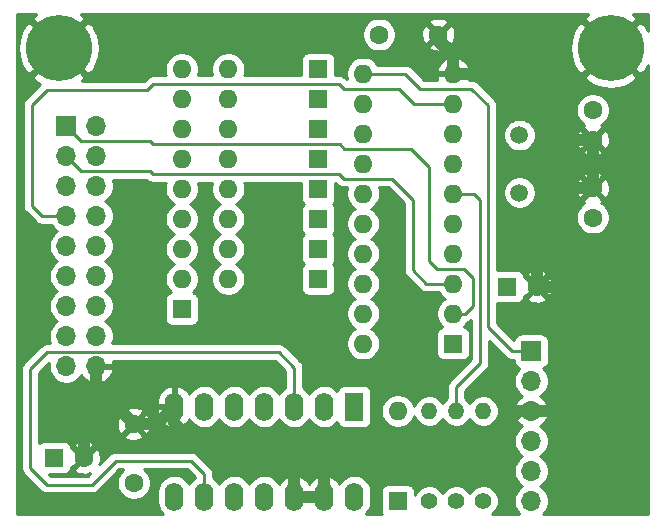
<source format=gbr>
%TF.GenerationSoftware,KiCad,Pcbnew,(5.1.9)-1*%
%TF.CreationDate,2021-05-20T14:53:22+02:00*%
%TF.ProjectId,pmd-keyface,706d642d-6b65-4796-9661-63652e6b6963,rev?*%
%TF.SameCoordinates,Original*%
%TF.FileFunction,Copper,L2,Bot*%
%TF.FilePolarity,Positive*%
%FSLAX46Y46*%
G04 Gerber Fmt 4.6, Leading zero omitted, Abs format (unit mm)*
G04 Created by KiCad (PCBNEW (5.1.9)-1) date 2021-05-20 14:53:22*
%MOMM*%
%LPD*%
G01*
G04 APERTURE LIST*
%TA.AperFunction,ComponentPad*%
%ADD10R,1.700000X1.700000*%
%TD*%
%TA.AperFunction,ComponentPad*%
%ADD11O,1.700000X1.700000*%
%TD*%
%TA.AperFunction,ComponentPad*%
%ADD12C,5.600000*%
%TD*%
%TA.AperFunction,ComponentPad*%
%ADD13C,1.600000*%
%TD*%
%TA.AperFunction,ComponentPad*%
%ADD14R,1.600000X1.600000*%
%TD*%
%TA.AperFunction,ComponentPad*%
%ADD15O,1.600000X1.600000*%
%TD*%
%TA.AperFunction,ComponentPad*%
%ADD16C,1.400000*%
%TD*%
%TA.AperFunction,ComponentPad*%
%ADD17O,1.400000X1.400000*%
%TD*%
%TA.AperFunction,ComponentPad*%
%ADD18R,1.600000X2.400000*%
%TD*%
%TA.AperFunction,ComponentPad*%
%ADD19O,1.600000X2.400000*%
%TD*%
%TA.AperFunction,ComponentPad*%
%ADD20C,1.500000*%
%TD*%
%TA.AperFunction,Conductor*%
%ADD21C,1.000000*%
%TD*%
%TA.AperFunction,Conductor*%
%ADD22C,0.250000*%
%TD*%
%TA.AperFunction,Conductor*%
%ADD23C,0.254000*%
%TD*%
%TA.AperFunction,Conductor*%
%ADD24C,0.100000*%
%TD*%
G04 APERTURE END LIST*
D10*
%TO.P,J2,1*%
%TO.N,/DATA*%
X121666000Y-81280000D03*
D11*
%TO.P,J2,2*%
%TO.N,Net-(J2-Pad2)*%
X121666000Y-83820000D03*
%TO.P,J2,3*%
%TO.N,GND*%
X121666000Y-86360000D03*
%TO.P,J2,4*%
%TO.N,VCC*%
X121666000Y-88900000D03*
%TO.P,J2,5*%
%TO.N,/CLK*%
X121666000Y-91440000D03*
%TO.P,J2,6*%
%TO.N,Net-(J2-Pad6)*%
X121666000Y-93980000D03*
%TD*%
D12*
%TO.P,MH2,1*%
%TO.N,GND*%
X128397000Y-55626000D03*
%TD*%
%TO.P,MH1,1*%
%TO.N,GND*%
X81661000Y-55626000D03*
%TD*%
D13*
%TO.P,C1,1*%
%TO.N,GND*%
X113792000Y-54483000D03*
%TO.P,C1,2*%
%TO.N,VCC*%
X108792000Y-54483000D03*
%TD*%
%TO.P,C2,2*%
%TO.N,GND*%
X126873000Y-63373000D03*
%TO.P,C2,1*%
%TO.N,Net-(C2-Pad1)*%
X126873000Y-60873000D03*
%TD*%
%TO.P,C3,1*%
%TO.N,Net-(C3-Pad1)*%
X126873000Y-69977000D03*
%TO.P,C3,2*%
%TO.N,GND*%
X126873000Y-67477000D03*
%TD*%
D14*
%TO.P,C4,1*%
%TO.N,Net-(C4-Pad1)*%
X119634000Y-75819000D03*
D13*
%TO.P,C4,2*%
%TO.N,GND*%
X122134000Y-75819000D03*
%TD*%
D14*
%TO.P,C5,1*%
%TO.N,VCC*%
X81280000Y-90297000D03*
D13*
%TO.P,C5,2*%
%TO.N,GND*%
X83780000Y-90297000D03*
%TD*%
%TO.P,C6,2*%
%TO.N,GND*%
X88011000Y-87456000D03*
%TO.P,C6,1*%
%TO.N,VCC*%
X88011000Y-92456000D03*
%TD*%
D14*
%TO.P,D1,1*%
%TO.N,VCC*%
X110363000Y-93980000D03*
D15*
%TO.P,D1,2*%
%TO.N,Net-(C4-Pad1)*%
X110363000Y-86360000D03*
%TD*%
D14*
%TO.P,D2,1*%
%TO.N,/ROW0*%
X103632000Y-57404000D03*
D15*
%TO.P,D2,2*%
%TO.N,/PB0*%
X96012000Y-57404000D03*
%TD*%
%TO.P,D3,2*%
%TO.N,/PB1*%
X96012000Y-59944000D03*
D14*
%TO.P,D3,1*%
%TO.N,/ROW1*%
X103632000Y-59944000D03*
%TD*%
%TO.P,D4,1*%
%TO.N,/ROW2*%
X103632000Y-62484000D03*
D15*
%TO.P,D4,2*%
%TO.N,/PB2*%
X96012000Y-62484000D03*
%TD*%
%TO.P,D5,2*%
%TO.N,/PB3*%
X96012000Y-65024000D03*
D14*
%TO.P,D5,1*%
%TO.N,/ROW3*%
X103632000Y-65024000D03*
%TD*%
%TO.P,D6,1*%
%TO.N,/ROW4*%
X103632000Y-67564000D03*
D15*
%TO.P,D6,2*%
%TO.N,/PB4*%
X96012000Y-67564000D03*
%TD*%
%TO.P,D7,2*%
%TO.N,/PB5*%
X96012000Y-70104000D03*
D14*
%TO.P,D7,1*%
%TO.N,/SHIFT*%
X103632000Y-70104000D03*
%TD*%
%TO.P,D8,1*%
%TO.N,/STOP*%
X103632000Y-72644000D03*
D15*
%TO.P,D8,2*%
%TO.N,/PB6*%
X96012000Y-72644000D03*
%TD*%
%TO.P,D9,2*%
%TO.N,/~RES*%
X96012000Y-75184000D03*
D14*
%TO.P,D9,1*%
%TO.N,/RESET*%
X103632000Y-75184000D03*
%TD*%
D10*
%TO.P,J1,1*%
%TO.N,/PA0*%
X82296000Y-62230000D03*
D11*
%TO.P,J1,2*%
%TO.N,/PB0*%
X84836000Y-62230000D03*
%TO.P,J1,3*%
%TO.N,/PA1*%
X82296000Y-64770000D03*
%TO.P,J1,4*%
%TO.N,/PB1*%
X84836000Y-64770000D03*
%TO.P,J1,5*%
%TO.N,/PA2*%
X82296000Y-67310000D03*
%TO.P,J1,6*%
%TO.N,/PB2*%
X84836000Y-67310000D03*
%TO.P,J1,7*%
%TO.N,/PA3*%
X82296000Y-69850000D03*
%TO.P,J1,8*%
%TO.N,/PB3*%
X84836000Y-69850000D03*
%TO.P,J1,9*%
%TO.N,/A0*%
X82296000Y-72390000D03*
%TO.P,J1,10*%
%TO.N,/PB4*%
X84836000Y-72390000D03*
%TO.P,J1,11*%
%TO.N,/A1*%
X82296000Y-74930000D03*
%TO.P,J1,12*%
%TO.N,/PB5*%
X84836000Y-74930000D03*
%TO.P,J1,13*%
%TO.N,/A3*%
X82296000Y-77470000D03*
%TO.P,J1,14*%
%TO.N,/PB6*%
X84836000Y-77470000D03*
%TO.P,J1,15*%
%TO.N,/~IOW*%
X82296000Y-80010000D03*
%TO.P,J1,16*%
%TO.N,/~RES*%
X84836000Y-80010000D03*
%TO.P,J1,17*%
%TO.N,VCC*%
X82296000Y-82550000D03*
%TO.P,J1,18*%
%TO.N,GND*%
X84836000Y-82550000D03*
%TD*%
D16*
%TO.P,R1,1*%
%TO.N,VCC*%
X113030000Y-93980000D03*
D17*
%TO.P,R1,2*%
%TO.N,Net-(C4-Pad1)*%
X113030000Y-86360000D03*
%TD*%
%TO.P,R2,2*%
%TO.N,/CLK*%
X115316000Y-86360000D03*
D16*
%TO.P,R2,1*%
%TO.N,VCC*%
X115316000Y-93980000D03*
%TD*%
%TO.P,R3,1*%
%TO.N,VCC*%
X117602000Y-93980000D03*
D17*
%TO.P,R3,2*%
%TO.N,/DATA*%
X117602000Y-86360000D03*
%TD*%
D14*
%TO.P,RN1,1*%
%TO.N,VCC*%
X92075000Y-77724000D03*
D15*
%TO.P,RN1,2*%
%TO.N,/~RES*%
X92075000Y-75184000D03*
%TO.P,RN1,3*%
%TO.N,/PB6*%
X92075000Y-72644000D03*
%TO.P,RN1,4*%
%TO.N,/PB5*%
X92075000Y-70104000D03*
%TO.P,RN1,5*%
%TO.N,/PB4*%
X92075000Y-67564000D03*
%TO.P,RN1,6*%
%TO.N,/PB3*%
X92075000Y-65024000D03*
%TO.P,RN1,7*%
%TO.N,/PB2*%
X92075000Y-62484000D03*
%TO.P,RN1,8*%
%TO.N,/PB1*%
X92075000Y-59944000D03*
%TO.P,RN1,9*%
%TO.N,/PB0*%
X92075000Y-57404000D03*
%TD*%
D14*
%TO.P,U1,1*%
%TO.N,Net-(C4-Pad1)*%
X115062000Y-80645000D03*
D15*
%TO.P,U1,11*%
%TO.N,/DATA*%
X107442000Y-57785000D03*
%TO.P,U1,2*%
%TO.N,/PA0*%
X115062000Y-78105000D03*
%TO.P,U1,12*%
%TO.N,/ROW0*%
X107442000Y-60325000D03*
%TO.P,U1,3*%
%TO.N,/PA1*%
X115062000Y-75565000D03*
%TO.P,U1,13*%
%TO.N,/ROW1*%
X107442000Y-62865000D03*
%TO.P,U1,4*%
%TO.N,Net-(C3-Pad1)*%
X115062000Y-73025000D03*
%TO.P,U1,14*%
%TO.N,/ROW2*%
X107442000Y-65405000D03*
%TO.P,U1,5*%
%TO.N,Net-(C2-Pad1)*%
X115062000Y-70485000D03*
%TO.P,U1,15*%
%TO.N,/ROW3*%
X107442000Y-67945000D03*
%TO.P,U1,6*%
%TO.N,/CLK*%
X115062000Y-67945000D03*
%TO.P,U1,16*%
%TO.N,/ROW4*%
X107442000Y-70485000D03*
%TO.P,U1,7*%
%TO.N,/0F4h*%
X115062000Y-65405000D03*
%TO.P,U1,17*%
%TO.N,/SHIFT*%
X107442000Y-73025000D03*
%TO.P,U1,8*%
%TO.N,/PA2*%
X115062000Y-62865000D03*
%TO.P,U1,18*%
%TO.N,/STOP*%
X107442000Y-75565000D03*
%TO.P,U1,9*%
%TO.N,/PA3*%
X115062000Y-60325000D03*
%TO.P,U1,19*%
%TO.N,/RESET*%
X107442000Y-78105000D03*
%TO.P,U1,10*%
%TO.N,GND*%
X115062000Y-57785000D03*
%TO.P,U1,20*%
%TO.N,VCC*%
X107442000Y-80645000D03*
%TD*%
D18*
%TO.P,U2,1*%
%TO.N,/A0*%
X106680000Y-85979000D03*
D19*
%TO.P,U2,8*%
%TO.N,/0F4h*%
X91440000Y-93599000D03*
%TO.P,U2,2*%
%TO.N,/A1*%
X104140000Y-85979000D03*
%TO.P,U2,9*%
%TO.N,Net-(U2-Pad3)*%
X93980000Y-93599000D03*
%TO.P,U2,3*%
X101600000Y-85979000D03*
%TO.P,U2,10*%
%TO.N,Net-(U2-Pad10)*%
X96520000Y-93599000D03*
%TO.P,U2,4*%
%TO.N,/A3*%
X99060000Y-85979000D03*
%TO.P,U2,11*%
%TO.N,Net-(U2-Pad11)*%
X99060000Y-93599000D03*
%TO.P,U2,5*%
%TO.N,/~IOW*%
X96520000Y-85979000D03*
%TO.P,U2,12*%
%TO.N,GND*%
X101600000Y-93599000D03*
%TO.P,U2,6*%
%TO.N,Net-(U2-Pad10)*%
X93980000Y-85979000D03*
%TO.P,U2,13*%
%TO.N,GND*%
X104140000Y-93599000D03*
%TO.P,U2,7*%
X91440000Y-85979000D03*
%TO.P,U2,14*%
%TO.N,VCC*%
X106680000Y-93599000D03*
%TD*%
D20*
%TO.P,Y1,1*%
%TO.N,Net-(C2-Pad1)*%
X120650000Y-62992000D03*
%TO.P,Y1,2*%
%TO.N,Net-(C3-Pad1)*%
X120650000Y-67872000D03*
%TD*%
D21*
%TO.N,GND*%
X126873000Y-63373000D02*
X126873000Y-67477000D01*
X115062000Y-57785000D02*
X115062000Y-56284700D01*
X115062000Y-56284700D02*
X113792000Y-55014700D01*
X113792000Y-55014700D02*
X113792000Y-54483000D01*
X84836000Y-82550000D02*
X84836000Y-85090000D01*
X85645000Y-85090000D02*
X88011000Y-87456000D01*
X84836000Y-85090000D02*
X85645000Y-85090000D01*
X89963000Y-87456000D02*
X91440000Y-85979000D01*
X88011000Y-87456000D02*
X89963000Y-87456000D01*
X91440000Y-85979000D02*
X91440000Y-87376000D01*
X91440000Y-87376000D02*
X93091000Y-89027000D01*
X93091000Y-89027000D02*
X100457000Y-89027000D01*
X101600000Y-90170000D02*
X101600000Y-93599000D01*
X100457000Y-89027000D02*
X101600000Y-90170000D01*
X101600000Y-93599000D02*
X104140000Y-93599000D01*
X122134000Y-69509000D02*
X122134000Y-75819000D01*
X124166000Y-67477000D02*
X122134000Y-69509000D01*
X126873000Y-67477000D02*
X124166000Y-67477000D01*
X119126000Y-57785000D02*
X115062000Y-57785000D01*
X124714000Y-63373000D02*
X119126000Y-57785000D01*
X126873000Y-63373000D02*
X124714000Y-63373000D01*
X104140000Y-93599000D02*
X104140000Y-90551000D01*
X104140000Y-90551000D02*
X105664000Y-89027000D01*
X105664000Y-89027000D02*
X117983000Y-89027000D01*
X120650000Y-86360000D02*
X121666000Y-86360000D01*
X117983000Y-89027000D02*
X120650000Y-86360000D01*
X123698000Y-75819000D02*
X122134000Y-75819000D01*
X125095000Y-77216000D02*
X123698000Y-75819000D01*
X125095000Y-84709000D02*
X125095000Y-77216000D01*
X123444000Y-86360000D02*
X125095000Y-84709000D01*
X121666000Y-86360000D02*
X123444000Y-86360000D01*
X83780000Y-86146000D02*
X84836000Y-85090000D01*
X83780000Y-90297000D02*
X83780000Y-86146000D01*
D22*
%TO.N,/PA0*%
X116078000Y-78105000D02*
X115062000Y-78105000D01*
X82296000Y-62230000D02*
X83566000Y-63500000D01*
X105473500Y-63754000D02*
X105854500Y-64135000D01*
X111506000Y-64135000D02*
X113030000Y-65659000D01*
X116713000Y-75057000D02*
X116713000Y-77470000D01*
X89408000Y-63500000D02*
X89662000Y-63754000D01*
X89662000Y-63754000D02*
X105473500Y-63754000D01*
X105854500Y-64135000D02*
X111506000Y-64135000D01*
X113030000Y-65659000D02*
X113030000Y-73660000D01*
X113030000Y-73660000D02*
X113665000Y-74295000D01*
X83566000Y-63500000D02*
X89408000Y-63500000D01*
X113665000Y-74295000D02*
X115951000Y-74295000D01*
X115951000Y-74295000D02*
X116713000Y-75057000D01*
X116713000Y-77470000D02*
X116078000Y-78105000D01*
%TO.N,/PA1*%
X112776000Y-75565000D02*
X115062000Y-75565000D01*
X111633000Y-74422000D02*
X112776000Y-75565000D01*
X111633000Y-68453000D02*
X111633000Y-74422000D01*
X105791000Y-66675000D02*
X109855000Y-66675000D01*
X105410000Y-66294000D02*
X105791000Y-66675000D01*
X109855000Y-66675000D02*
X111633000Y-68453000D01*
X89408000Y-66040000D02*
X89662000Y-66294000D01*
X83566000Y-66040000D02*
X89408000Y-66040000D01*
X89662000Y-66294000D02*
X105410000Y-66294000D01*
X82296000Y-64770000D02*
X83566000Y-66040000D01*
%TO.N,/PA3*%
X110490000Y-59055000D02*
X111760000Y-60325000D01*
X105791000Y-59055000D02*
X110490000Y-59055000D01*
X105410000Y-58674000D02*
X105791000Y-59055000D01*
X111760000Y-60325000D02*
X115062000Y-60325000D01*
X89662000Y-58674000D02*
X105410000Y-58674000D01*
X89154000Y-59182000D02*
X89662000Y-58674000D01*
X80645000Y-59182000D02*
X89154000Y-59182000D01*
X79375000Y-60452000D02*
X80645000Y-59182000D01*
X79375000Y-68961000D02*
X79375000Y-60452000D01*
X80264000Y-69850000D02*
X79375000Y-68961000D01*
X82296000Y-69850000D02*
X80264000Y-69850000D01*
%TO.N,/DATA*%
X120015000Y-81280000D02*
X121666000Y-81280000D01*
X117983000Y-79248000D02*
X120015000Y-81280000D01*
X116586000Y-59055000D02*
X117983000Y-60452000D01*
X112268000Y-59055000D02*
X116586000Y-59055000D01*
X117983000Y-60452000D02*
X117983000Y-79248000D01*
X110998000Y-57785000D02*
X112268000Y-59055000D01*
X107442000Y-57785000D02*
X110998000Y-57785000D01*
%TO.N,/CLK*%
X115316000Y-86360000D02*
X115316000Y-84328000D01*
X115316000Y-84328000D02*
X117348000Y-82296000D01*
X117348000Y-82296000D02*
X117348000Y-68453000D01*
X116840000Y-67945000D02*
X115062000Y-67945000D01*
X117348000Y-68453000D02*
X116840000Y-67945000D01*
%TO.N,Net-(U2-Pad3)*%
X92837000Y-90551000D02*
X93980000Y-91694000D01*
X93980000Y-91694000D02*
X93980000Y-93599000D01*
X86487000Y-90551000D02*
X92837000Y-90551000D01*
X80645000Y-92583000D02*
X84455000Y-92583000D01*
X80677001Y-81374999D02*
X79248000Y-82804000D01*
X100297999Y-81374999D02*
X80677001Y-81374999D01*
X79248000Y-91186000D02*
X80645000Y-92583000D01*
X101600000Y-82677000D02*
X100297999Y-81374999D01*
X84455000Y-92583000D02*
X86487000Y-90551000D01*
X79248000Y-82804000D02*
X79248000Y-91186000D01*
X101600000Y-85979000D02*
X101600000Y-82677000D01*
%TD*%
D23*
%TO.N,GND*%
X79736308Y-52760823D02*
X79424124Y-53209519D01*
X81661000Y-55446395D01*
X83897876Y-53209519D01*
X83585692Y-52760823D01*
X83574862Y-52755000D01*
X126481023Y-52755000D01*
X126472308Y-52760823D01*
X126160124Y-53209519D01*
X128397000Y-55446395D01*
X130633876Y-53209519D01*
X130321692Y-52760823D01*
X130310862Y-52755000D01*
X131522000Y-52755000D01*
X131522000Y-54186654D01*
X131271639Y-53715470D01*
X131262177Y-53701308D01*
X130813481Y-53389124D01*
X128576605Y-55626000D01*
X130813481Y-57862876D01*
X131262177Y-57550692D01*
X131522000Y-57067468D01*
X131522001Y-95073000D01*
X122673107Y-95073000D01*
X122819475Y-94926632D01*
X122981990Y-94683411D01*
X123093932Y-94413158D01*
X123151000Y-94126260D01*
X123151000Y-93833740D01*
X123093932Y-93546842D01*
X122981990Y-93276589D01*
X122819475Y-93033368D01*
X122612632Y-92826525D01*
X122438240Y-92710000D01*
X122612632Y-92593475D01*
X122819475Y-92386632D01*
X122981990Y-92143411D01*
X123093932Y-91873158D01*
X123151000Y-91586260D01*
X123151000Y-91293740D01*
X123093932Y-91006842D01*
X122981990Y-90736589D01*
X122819475Y-90493368D01*
X122612632Y-90286525D01*
X122438240Y-90170000D01*
X122612632Y-90053475D01*
X122819475Y-89846632D01*
X122981990Y-89603411D01*
X123093932Y-89333158D01*
X123151000Y-89046260D01*
X123151000Y-88753740D01*
X123093932Y-88466842D01*
X122981990Y-88196589D01*
X122819475Y-87953368D01*
X122612632Y-87746525D01*
X122430466Y-87624805D01*
X122547355Y-87555178D01*
X122763588Y-87360269D01*
X122937641Y-87126920D01*
X123062825Y-86864099D01*
X123107476Y-86716890D01*
X122986155Y-86487000D01*
X121793000Y-86487000D01*
X121793000Y-86507000D01*
X121539000Y-86507000D01*
X121539000Y-86487000D01*
X120345845Y-86487000D01*
X120224524Y-86716890D01*
X120269175Y-86864099D01*
X120394359Y-87126920D01*
X120568412Y-87360269D01*
X120784645Y-87555178D01*
X120901534Y-87624805D01*
X120719368Y-87746525D01*
X120512525Y-87953368D01*
X120350010Y-88196589D01*
X120238068Y-88466842D01*
X120181000Y-88753740D01*
X120181000Y-89046260D01*
X120238068Y-89333158D01*
X120350010Y-89603411D01*
X120512525Y-89846632D01*
X120719368Y-90053475D01*
X120893760Y-90170000D01*
X120719368Y-90286525D01*
X120512525Y-90493368D01*
X120350010Y-90736589D01*
X120238068Y-91006842D01*
X120181000Y-91293740D01*
X120181000Y-91586260D01*
X120238068Y-91873158D01*
X120350010Y-92143411D01*
X120512525Y-92386632D01*
X120719368Y-92593475D01*
X120893760Y-92710000D01*
X120719368Y-92826525D01*
X120512525Y-93033368D01*
X120350010Y-93276589D01*
X120238068Y-93546842D01*
X120181000Y-93833740D01*
X120181000Y-94126260D01*
X120238068Y-94413158D01*
X120350010Y-94683411D01*
X120512525Y-94926632D01*
X120658893Y-95073000D01*
X118369146Y-95073000D01*
X118453013Y-95016962D01*
X118638962Y-94831013D01*
X118785061Y-94612359D01*
X118885696Y-94369405D01*
X118937000Y-94111486D01*
X118937000Y-93848514D01*
X118885696Y-93590595D01*
X118785061Y-93347641D01*
X118638962Y-93128987D01*
X118453013Y-92943038D01*
X118234359Y-92796939D01*
X117991405Y-92696304D01*
X117733486Y-92645000D01*
X117470514Y-92645000D01*
X117212595Y-92696304D01*
X116969641Y-92796939D01*
X116750987Y-92943038D01*
X116565038Y-93128987D01*
X116459000Y-93287685D01*
X116352962Y-93128987D01*
X116167013Y-92943038D01*
X115948359Y-92796939D01*
X115705405Y-92696304D01*
X115447486Y-92645000D01*
X115184514Y-92645000D01*
X114926595Y-92696304D01*
X114683641Y-92796939D01*
X114464987Y-92943038D01*
X114279038Y-93128987D01*
X114173000Y-93287685D01*
X114066962Y-93128987D01*
X113881013Y-92943038D01*
X113662359Y-92796939D01*
X113419405Y-92696304D01*
X113161486Y-92645000D01*
X112898514Y-92645000D01*
X112640595Y-92696304D01*
X112397641Y-92796939D01*
X112178987Y-92943038D01*
X111993038Y-93128987D01*
X111846939Y-93347641D01*
X111801072Y-93458374D01*
X111801072Y-93180000D01*
X111788812Y-93055518D01*
X111752502Y-92935820D01*
X111693537Y-92825506D01*
X111614185Y-92728815D01*
X111517494Y-92649463D01*
X111407180Y-92590498D01*
X111287482Y-92554188D01*
X111163000Y-92541928D01*
X109563000Y-92541928D01*
X109438518Y-92554188D01*
X109318820Y-92590498D01*
X109208506Y-92649463D01*
X109111815Y-92728815D01*
X109032463Y-92825506D01*
X108973498Y-92935820D01*
X108937188Y-93055518D01*
X108924928Y-93180000D01*
X108924928Y-94780000D01*
X108937188Y-94904482D01*
X108973498Y-95024180D01*
X108999593Y-95073000D01*
X107633330Y-95073000D01*
X107699607Y-95018608D01*
X107878932Y-94800101D01*
X108012182Y-94550808D01*
X108094236Y-94280309D01*
X108115000Y-94069492D01*
X108115000Y-93128509D01*
X108094236Y-92917691D01*
X108012182Y-92647192D01*
X107878932Y-92397899D01*
X107699608Y-92179392D01*
X107481101Y-92000068D01*
X107231808Y-91866818D01*
X106961309Y-91784764D01*
X106680000Y-91757057D01*
X106398692Y-91784764D01*
X106128193Y-91866818D01*
X105878900Y-92000068D01*
X105660393Y-92179392D01*
X105481068Y-92397899D01*
X105412735Y-92525741D01*
X105262601Y-92296161D01*
X105064895Y-92094500D01*
X104831646Y-91935285D01*
X104571818Y-91824633D01*
X104489039Y-91807096D01*
X104267000Y-91929085D01*
X104267000Y-93472000D01*
X104287000Y-93472000D01*
X104287000Y-93726000D01*
X104267000Y-93726000D01*
X104267000Y-93746000D01*
X104013000Y-93746000D01*
X104013000Y-93726000D01*
X101727000Y-93726000D01*
X101727000Y-93746000D01*
X101473000Y-93746000D01*
X101473000Y-93726000D01*
X101453000Y-93726000D01*
X101453000Y-93472000D01*
X101473000Y-93472000D01*
X101473000Y-91929085D01*
X101727000Y-91929085D01*
X101727000Y-93472000D01*
X104013000Y-93472000D01*
X104013000Y-91929085D01*
X103790961Y-91807096D01*
X103708182Y-91824633D01*
X103448354Y-91935285D01*
X103215105Y-92094500D01*
X103017399Y-92296161D01*
X102870000Y-92521559D01*
X102722601Y-92296161D01*
X102524895Y-92094500D01*
X102291646Y-91935285D01*
X102031818Y-91824633D01*
X101949039Y-91807096D01*
X101727000Y-91929085D01*
X101473000Y-91929085D01*
X101250961Y-91807096D01*
X101168182Y-91824633D01*
X100908354Y-91935285D01*
X100675105Y-92094500D01*
X100477399Y-92296161D01*
X100327265Y-92525741D01*
X100258932Y-92397899D01*
X100079608Y-92179392D01*
X99861101Y-92000068D01*
X99611808Y-91866818D01*
X99341309Y-91784764D01*
X99060000Y-91757057D01*
X98778692Y-91784764D01*
X98508193Y-91866818D01*
X98258900Y-92000068D01*
X98040393Y-92179392D01*
X97861068Y-92397899D01*
X97790000Y-92530858D01*
X97718932Y-92397899D01*
X97539608Y-92179392D01*
X97321101Y-92000068D01*
X97071808Y-91866818D01*
X96801309Y-91784764D01*
X96520000Y-91757057D01*
X96238692Y-91784764D01*
X95968193Y-91866818D01*
X95718900Y-92000068D01*
X95500393Y-92179392D01*
X95321068Y-92397899D01*
X95250000Y-92530858D01*
X95178932Y-92397899D01*
X94999608Y-92179392D01*
X94781101Y-92000068D01*
X94740000Y-91978099D01*
X94740000Y-91731322D01*
X94743676Y-91693999D01*
X94740000Y-91656676D01*
X94740000Y-91656667D01*
X94729003Y-91545014D01*
X94685546Y-91401753D01*
X94614974Y-91269723D01*
X94543799Y-91182997D01*
X94520001Y-91153999D01*
X94491004Y-91130202D01*
X93400804Y-90040002D01*
X93377001Y-90010999D01*
X93261276Y-89916026D01*
X93129247Y-89845454D01*
X92985986Y-89801997D01*
X92874333Y-89791000D01*
X92874322Y-89791000D01*
X92837000Y-89787324D01*
X92799678Y-89791000D01*
X86524323Y-89791000D01*
X86487000Y-89787324D01*
X86449677Y-89791000D01*
X86449667Y-89791000D01*
X86338014Y-89801997D01*
X86194753Y-89845454D01*
X86062723Y-89916026D01*
X86025140Y-89946870D01*
X85946999Y-90010999D01*
X85923201Y-90039997D01*
X85099289Y-90863910D01*
X85137571Y-90783004D01*
X85206300Y-90508816D01*
X85220217Y-90226488D01*
X85178787Y-89946870D01*
X85083603Y-89680708D01*
X85016671Y-89555486D01*
X84772702Y-89483903D01*
X83959605Y-90297000D01*
X83973748Y-90311143D01*
X83794143Y-90490748D01*
X83780000Y-90476605D01*
X82966903Y-91289702D01*
X83038486Y-91533671D01*
X83293996Y-91654571D01*
X83568184Y-91723300D01*
X83850512Y-91737217D01*
X84130130Y-91695787D01*
X84343837Y-91619362D01*
X84140199Y-91823000D01*
X80959802Y-91823000D01*
X80871874Y-91735072D01*
X82080000Y-91735072D01*
X82204482Y-91722812D01*
X82324180Y-91686502D01*
X82434494Y-91627537D01*
X82531185Y-91548185D01*
X82610537Y-91451494D01*
X82669502Y-91341180D01*
X82705812Y-91221482D01*
X82718072Y-91097000D01*
X82718072Y-91089785D01*
X82787298Y-91110097D01*
X83600395Y-90297000D01*
X82787298Y-89483903D01*
X82718072Y-89504215D01*
X82718072Y-89497000D01*
X82705812Y-89372518D01*
X82685118Y-89304298D01*
X82966903Y-89304298D01*
X83780000Y-90117395D01*
X84593097Y-89304298D01*
X84521514Y-89060329D01*
X84266004Y-88939429D01*
X83991816Y-88870700D01*
X83709488Y-88856783D01*
X83429870Y-88898213D01*
X83163708Y-88993397D01*
X83038486Y-89060329D01*
X82966903Y-89304298D01*
X82685118Y-89304298D01*
X82669502Y-89252820D01*
X82610537Y-89142506D01*
X82531185Y-89045815D01*
X82434494Y-88966463D01*
X82324180Y-88907498D01*
X82204482Y-88871188D01*
X82080000Y-88858928D01*
X80480000Y-88858928D01*
X80355518Y-88871188D01*
X80235820Y-88907498D01*
X80125506Y-88966463D01*
X80028815Y-89045815D01*
X80008000Y-89071178D01*
X80008000Y-88448702D01*
X87197903Y-88448702D01*
X87269486Y-88692671D01*
X87524996Y-88813571D01*
X87799184Y-88882300D01*
X88081512Y-88896217D01*
X88361130Y-88854787D01*
X88627292Y-88759603D01*
X88752514Y-88692671D01*
X88824097Y-88448702D01*
X88011000Y-87635605D01*
X87197903Y-88448702D01*
X80008000Y-88448702D01*
X80008000Y-87526512D01*
X86570783Y-87526512D01*
X86612213Y-87806130D01*
X86707397Y-88072292D01*
X86774329Y-88197514D01*
X87018298Y-88269097D01*
X87831395Y-87456000D01*
X88190605Y-87456000D01*
X89003702Y-88269097D01*
X89247671Y-88197514D01*
X89368571Y-87942004D01*
X89437300Y-87667816D01*
X89451217Y-87385488D01*
X89409787Y-87105870D01*
X89314603Y-86839708D01*
X89247671Y-86714486D01*
X89003702Y-86642903D01*
X88190605Y-87456000D01*
X87831395Y-87456000D01*
X87018298Y-86642903D01*
X86774329Y-86714486D01*
X86653429Y-86969996D01*
X86584700Y-87244184D01*
X86570783Y-87526512D01*
X80008000Y-87526512D01*
X80008000Y-86463298D01*
X87197903Y-86463298D01*
X88011000Y-87276395D01*
X88824097Y-86463298D01*
X88752514Y-86219329D01*
X88513005Y-86106000D01*
X90005000Y-86106000D01*
X90005000Y-86506000D01*
X90057350Y-86783514D01*
X90162834Y-87045483D01*
X90317399Y-87281839D01*
X90515105Y-87483500D01*
X90748354Y-87642715D01*
X91008182Y-87753367D01*
X91090961Y-87770904D01*
X91313000Y-87648915D01*
X91313000Y-86106000D01*
X90005000Y-86106000D01*
X88513005Y-86106000D01*
X88497004Y-86098429D01*
X88222816Y-86029700D01*
X87940488Y-86015783D01*
X87660870Y-86057213D01*
X87394708Y-86152397D01*
X87269486Y-86219329D01*
X87197903Y-86463298D01*
X80008000Y-86463298D01*
X80008000Y-85452000D01*
X90005000Y-85452000D01*
X90005000Y-85852000D01*
X91313000Y-85852000D01*
X91313000Y-84309085D01*
X91090961Y-84187096D01*
X91008182Y-84204633D01*
X90748354Y-84315285D01*
X90515105Y-84474500D01*
X90317399Y-84676161D01*
X90162834Y-84912517D01*
X90057350Y-85174486D01*
X90005000Y-85452000D01*
X80008000Y-85452000D01*
X80008000Y-83118801D01*
X80832836Y-82293966D01*
X80811000Y-82403740D01*
X80811000Y-82696260D01*
X80868068Y-82983158D01*
X80980010Y-83253411D01*
X81142525Y-83496632D01*
X81349368Y-83703475D01*
X81592589Y-83865990D01*
X81862842Y-83977932D01*
X82149740Y-84035000D01*
X82442260Y-84035000D01*
X82729158Y-83977932D01*
X82999411Y-83865990D01*
X83242632Y-83703475D01*
X83449475Y-83496632D01*
X83567100Y-83320594D01*
X83738412Y-83550269D01*
X83954645Y-83745178D01*
X84204748Y-83894157D01*
X84479109Y-83991481D01*
X84709000Y-83870814D01*
X84709000Y-82677000D01*
X84963000Y-82677000D01*
X84963000Y-83870814D01*
X85192891Y-83991481D01*
X85467252Y-83894157D01*
X85717355Y-83745178D01*
X85933588Y-83550269D01*
X86107641Y-83316920D01*
X86232825Y-83054099D01*
X86277476Y-82906890D01*
X86156155Y-82677000D01*
X84963000Y-82677000D01*
X84709000Y-82677000D01*
X84689000Y-82677000D01*
X84689000Y-82423000D01*
X84709000Y-82423000D01*
X84709000Y-82403000D01*
X84963000Y-82403000D01*
X84963000Y-82423000D01*
X86156155Y-82423000D01*
X86277476Y-82193110D01*
X86259850Y-82134999D01*
X99983198Y-82134999D01*
X100840001Y-82991804D01*
X100840000Y-84358099D01*
X100798900Y-84380068D01*
X100580393Y-84559392D01*
X100401068Y-84777899D01*
X100330000Y-84910858D01*
X100258932Y-84777899D01*
X100079608Y-84559392D01*
X99861101Y-84380068D01*
X99611808Y-84246818D01*
X99341309Y-84164764D01*
X99060000Y-84137057D01*
X98778692Y-84164764D01*
X98508193Y-84246818D01*
X98258900Y-84380068D01*
X98040393Y-84559392D01*
X97861068Y-84777899D01*
X97790000Y-84910858D01*
X97718932Y-84777899D01*
X97539608Y-84559392D01*
X97321101Y-84380068D01*
X97071808Y-84246818D01*
X96801309Y-84164764D01*
X96520000Y-84137057D01*
X96238692Y-84164764D01*
X95968193Y-84246818D01*
X95718900Y-84380068D01*
X95500393Y-84559392D01*
X95321068Y-84777899D01*
X95250000Y-84910858D01*
X95178932Y-84777899D01*
X94999608Y-84559392D01*
X94781101Y-84380068D01*
X94531808Y-84246818D01*
X94261309Y-84164764D01*
X93980000Y-84137057D01*
X93698692Y-84164764D01*
X93428193Y-84246818D01*
X93178900Y-84380068D01*
X92960393Y-84559392D01*
X92781068Y-84777899D01*
X92712735Y-84905741D01*
X92562601Y-84676161D01*
X92364895Y-84474500D01*
X92131646Y-84315285D01*
X91871818Y-84204633D01*
X91789039Y-84187096D01*
X91567000Y-84309085D01*
X91567000Y-85852000D01*
X91587000Y-85852000D01*
X91587000Y-86106000D01*
X91567000Y-86106000D01*
X91567000Y-87648915D01*
X91789039Y-87770904D01*
X91871818Y-87753367D01*
X92131646Y-87642715D01*
X92364895Y-87483500D01*
X92562601Y-87281839D01*
X92712735Y-87052258D01*
X92781068Y-87180100D01*
X92960392Y-87398607D01*
X93178899Y-87577932D01*
X93428192Y-87711182D01*
X93698691Y-87793236D01*
X93980000Y-87820943D01*
X94261308Y-87793236D01*
X94531807Y-87711182D01*
X94781100Y-87577932D01*
X94999607Y-87398608D01*
X95178932Y-87180101D01*
X95250000Y-87047142D01*
X95321068Y-87180100D01*
X95500392Y-87398607D01*
X95718899Y-87577932D01*
X95968192Y-87711182D01*
X96238691Y-87793236D01*
X96520000Y-87820943D01*
X96801308Y-87793236D01*
X97071807Y-87711182D01*
X97321100Y-87577932D01*
X97539607Y-87398608D01*
X97718932Y-87180101D01*
X97790000Y-87047142D01*
X97861068Y-87180100D01*
X98040392Y-87398607D01*
X98258899Y-87577932D01*
X98508192Y-87711182D01*
X98778691Y-87793236D01*
X99060000Y-87820943D01*
X99341308Y-87793236D01*
X99611807Y-87711182D01*
X99861100Y-87577932D01*
X100079607Y-87398608D01*
X100258932Y-87180101D01*
X100330000Y-87047142D01*
X100401068Y-87180100D01*
X100580392Y-87398607D01*
X100798899Y-87577932D01*
X101048192Y-87711182D01*
X101318691Y-87793236D01*
X101600000Y-87820943D01*
X101881308Y-87793236D01*
X102151807Y-87711182D01*
X102401100Y-87577932D01*
X102619607Y-87398608D01*
X102798932Y-87180101D01*
X102870000Y-87047142D01*
X102941068Y-87180100D01*
X103120392Y-87398607D01*
X103338899Y-87577932D01*
X103588192Y-87711182D01*
X103858691Y-87793236D01*
X104140000Y-87820943D01*
X104421308Y-87793236D01*
X104691807Y-87711182D01*
X104941100Y-87577932D01*
X105159607Y-87398608D01*
X105252419Y-87285517D01*
X105254188Y-87303482D01*
X105290498Y-87423180D01*
X105349463Y-87533494D01*
X105428815Y-87630185D01*
X105525506Y-87709537D01*
X105635820Y-87768502D01*
X105755518Y-87804812D01*
X105880000Y-87817072D01*
X107480000Y-87817072D01*
X107604482Y-87804812D01*
X107724180Y-87768502D01*
X107834494Y-87709537D01*
X107931185Y-87630185D01*
X108010537Y-87533494D01*
X108069502Y-87423180D01*
X108105812Y-87303482D01*
X108118072Y-87179000D01*
X108118072Y-84779000D01*
X108105812Y-84654518D01*
X108069502Y-84534820D01*
X108010537Y-84424506D01*
X107931185Y-84327815D01*
X107834494Y-84248463D01*
X107724180Y-84189498D01*
X107604482Y-84153188D01*
X107480000Y-84140928D01*
X105880000Y-84140928D01*
X105755518Y-84153188D01*
X105635820Y-84189498D01*
X105525506Y-84248463D01*
X105428815Y-84327815D01*
X105349463Y-84424506D01*
X105290498Y-84534820D01*
X105254188Y-84654518D01*
X105252419Y-84672482D01*
X105159608Y-84559392D01*
X104941101Y-84380068D01*
X104691808Y-84246818D01*
X104421309Y-84164764D01*
X104140000Y-84137057D01*
X103858692Y-84164764D01*
X103588193Y-84246818D01*
X103338900Y-84380068D01*
X103120393Y-84559392D01*
X102941068Y-84777899D01*
X102870000Y-84910858D01*
X102798932Y-84777899D01*
X102619608Y-84559392D01*
X102401101Y-84380068D01*
X102360000Y-84358099D01*
X102360000Y-82714322D01*
X102363676Y-82676999D01*
X102360000Y-82639676D01*
X102360000Y-82639667D01*
X102349003Y-82528014D01*
X102305546Y-82384753D01*
X102234974Y-82252724D01*
X102221811Y-82236685D01*
X102163799Y-82165996D01*
X102163795Y-82165992D01*
X102140001Y-82136999D01*
X102111008Y-82113205D01*
X100861802Y-80864001D01*
X100838000Y-80834998D01*
X100722275Y-80740025D01*
X100590246Y-80669453D01*
X100446985Y-80625996D01*
X100335332Y-80614999D01*
X100335321Y-80614999D01*
X100297999Y-80611323D01*
X100260677Y-80614999D01*
X86192753Y-80614999D01*
X86263932Y-80443158D01*
X86321000Y-80156260D01*
X86321000Y-79863740D01*
X86263932Y-79576842D01*
X86151990Y-79306589D01*
X85989475Y-79063368D01*
X85782632Y-78856525D01*
X85608240Y-78740000D01*
X85782632Y-78623475D01*
X85989475Y-78416632D01*
X86151990Y-78173411D01*
X86263932Y-77903158D01*
X86321000Y-77616260D01*
X86321000Y-77323740D01*
X86263932Y-77036842D01*
X86151990Y-76766589D01*
X85989475Y-76523368D01*
X85782632Y-76316525D01*
X85608240Y-76200000D01*
X85782632Y-76083475D01*
X85989475Y-75876632D01*
X86151990Y-75633411D01*
X86263932Y-75363158D01*
X86321000Y-75076260D01*
X86321000Y-74783740D01*
X86263932Y-74496842D01*
X86151990Y-74226589D01*
X85989475Y-73983368D01*
X85782632Y-73776525D01*
X85608240Y-73660000D01*
X85782632Y-73543475D01*
X85989475Y-73336632D01*
X86151990Y-73093411D01*
X86263932Y-72823158D01*
X86321000Y-72536260D01*
X86321000Y-72243740D01*
X86263932Y-71956842D01*
X86151990Y-71686589D01*
X85989475Y-71443368D01*
X85782632Y-71236525D01*
X85608240Y-71120000D01*
X85782632Y-71003475D01*
X85989475Y-70796632D01*
X86151990Y-70553411D01*
X86263932Y-70283158D01*
X86321000Y-69996260D01*
X86321000Y-69703740D01*
X86263932Y-69416842D01*
X86151990Y-69146589D01*
X85989475Y-68903368D01*
X85782632Y-68696525D01*
X85608240Y-68580000D01*
X85782632Y-68463475D01*
X85989475Y-68256632D01*
X86151990Y-68013411D01*
X86263932Y-67743158D01*
X86321000Y-67456260D01*
X86321000Y-67163740D01*
X86263932Y-66876842D01*
X86232103Y-66800000D01*
X89093199Y-66800000D01*
X89098196Y-66804997D01*
X89121999Y-66834001D01*
X89237724Y-66928974D01*
X89369753Y-66999546D01*
X89513014Y-67043003D01*
X89624667Y-67054000D01*
X89624676Y-67054000D01*
X89661999Y-67057676D01*
X89699322Y-67054000D01*
X90733017Y-67054000D01*
X90695147Y-67145426D01*
X90640000Y-67422665D01*
X90640000Y-67705335D01*
X90695147Y-67982574D01*
X90803320Y-68243727D01*
X90960363Y-68478759D01*
X91160241Y-68678637D01*
X91392759Y-68834000D01*
X91160241Y-68989363D01*
X90960363Y-69189241D01*
X90803320Y-69424273D01*
X90695147Y-69685426D01*
X90640000Y-69962665D01*
X90640000Y-70245335D01*
X90695147Y-70522574D01*
X90803320Y-70783727D01*
X90960363Y-71018759D01*
X91160241Y-71218637D01*
X91392759Y-71374000D01*
X91160241Y-71529363D01*
X90960363Y-71729241D01*
X90803320Y-71964273D01*
X90695147Y-72225426D01*
X90640000Y-72502665D01*
X90640000Y-72785335D01*
X90695147Y-73062574D01*
X90803320Y-73323727D01*
X90960363Y-73558759D01*
X91160241Y-73758637D01*
X91392759Y-73914000D01*
X91160241Y-74069363D01*
X90960363Y-74269241D01*
X90803320Y-74504273D01*
X90695147Y-74765426D01*
X90640000Y-75042665D01*
X90640000Y-75325335D01*
X90695147Y-75602574D01*
X90803320Y-75863727D01*
X90960363Y-76098759D01*
X91158961Y-76297357D01*
X91150518Y-76298188D01*
X91030820Y-76334498D01*
X90920506Y-76393463D01*
X90823815Y-76472815D01*
X90744463Y-76569506D01*
X90685498Y-76679820D01*
X90649188Y-76799518D01*
X90636928Y-76924000D01*
X90636928Y-78524000D01*
X90649188Y-78648482D01*
X90685498Y-78768180D01*
X90744463Y-78878494D01*
X90823815Y-78975185D01*
X90920506Y-79054537D01*
X91030820Y-79113502D01*
X91150518Y-79149812D01*
X91275000Y-79162072D01*
X92875000Y-79162072D01*
X92999482Y-79149812D01*
X93119180Y-79113502D01*
X93229494Y-79054537D01*
X93326185Y-78975185D01*
X93405537Y-78878494D01*
X93464502Y-78768180D01*
X93500812Y-78648482D01*
X93513072Y-78524000D01*
X93513072Y-76924000D01*
X93500812Y-76799518D01*
X93464502Y-76679820D01*
X93405537Y-76569506D01*
X93326185Y-76472815D01*
X93229494Y-76393463D01*
X93119180Y-76334498D01*
X92999482Y-76298188D01*
X92991039Y-76297357D01*
X93189637Y-76098759D01*
X93346680Y-75863727D01*
X93454853Y-75602574D01*
X93510000Y-75325335D01*
X93510000Y-75042665D01*
X93454853Y-74765426D01*
X93346680Y-74504273D01*
X93189637Y-74269241D01*
X92989759Y-74069363D01*
X92757241Y-73914000D01*
X92989759Y-73758637D01*
X93189637Y-73558759D01*
X93346680Y-73323727D01*
X93454853Y-73062574D01*
X93510000Y-72785335D01*
X93510000Y-72502665D01*
X93454853Y-72225426D01*
X93346680Y-71964273D01*
X93189637Y-71729241D01*
X92989759Y-71529363D01*
X92757241Y-71374000D01*
X92989759Y-71218637D01*
X93189637Y-71018759D01*
X93346680Y-70783727D01*
X93454853Y-70522574D01*
X93510000Y-70245335D01*
X93510000Y-69962665D01*
X93454853Y-69685426D01*
X93346680Y-69424273D01*
X93189637Y-69189241D01*
X92989759Y-68989363D01*
X92757241Y-68834000D01*
X92989759Y-68678637D01*
X93189637Y-68478759D01*
X93346680Y-68243727D01*
X93454853Y-67982574D01*
X93510000Y-67705335D01*
X93510000Y-67422665D01*
X93454853Y-67145426D01*
X93416983Y-67054000D01*
X94670017Y-67054000D01*
X94632147Y-67145426D01*
X94577000Y-67422665D01*
X94577000Y-67705335D01*
X94632147Y-67982574D01*
X94740320Y-68243727D01*
X94897363Y-68478759D01*
X95097241Y-68678637D01*
X95329759Y-68834000D01*
X95097241Y-68989363D01*
X94897363Y-69189241D01*
X94740320Y-69424273D01*
X94632147Y-69685426D01*
X94577000Y-69962665D01*
X94577000Y-70245335D01*
X94632147Y-70522574D01*
X94740320Y-70783727D01*
X94897363Y-71018759D01*
X95097241Y-71218637D01*
X95329759Y-71374000D01*
X95097241Y-71529363D01*
X94897363Y-71729241D01*
X94740320Y-71964273D01*
X94632147Y-72225426D01*
X94577000Y-72502665D01*
X94577000Y-72785335D01*
X94632147Y-73062574D01*
X94740320Y-73323727D01*
X94897363Y-73558759D01*
X95097241Y-73758637D01*
X95329759Y-73914000D01*
X95097241Y-74069363D01*
X94897363Y-74269241D01*
X94740320Y-74504273D01*
X94632147Y-74765426D01*
X94577000Y-75042665D01*
X94577000Y-75325335D01*
X94632147Y-75602574D01*
X94740320Y-75863727D01*
X94897363Y-76098759D01*
X95097241Y-76298637D01*
X95332273Y-76455680D01*
X95593426Y-76563853D01*
X95870665Y-76619000D01*
X96153335Y-76619000D01*
X96430574Y-76563853D01*
X96691727Y-76455680D01*
X96926759Y-76298637D01*
X97126637Y-76098759D01*
X97283680Y-75863727D01*
X97391853Y-75602574D01*
X97447000Y-75325335D01*
X97447000Y-75042665D01*
X97391853Y-74765426D01*
X97283680Y-74504273D01*
X97126637Y-74269241D01*
X96926759Y-74069363D01*
X96694241Y-73914000D01*
X96926759Y-73758637D01*
X97126637Y-73558759D01*
X97283680Y-73323727D01*
X97391853Y-73062574D01*
X97447000Y-72785335D01*
X97447000Y-72502665D01*
X97391853Y-72225426D01*
X97283680Y-71964273D01*
X97126637Y-71729241D01*
X96926759Y-71529363D01*
X96694241Y-71374000D01*
X96926759Y-71218637D01*
X97126637Y-71018759D01*
X97283680Y-70783727D01*
X97391853Y-70522574D01*
X97447000Y-70245335D01*
X97447000Y-69962665D01*
X97391853Y-69685426D01*
X97283680Y-69424273D01*
X97126637Y-69189241D01*
X96926759Y-68989363D01*
X96694241Y-68834000D01*
X96926759Y-68678637D01*
X97126637Y-68478759D01*
X97283680Y-68243727D01*
X97391853Y-67982574D01*
X97447000Y-67705335D01*
X97447000Y-67422665D01*
X97391853Y-67145426D01*
X97353983Y-67054000D01*
X102193928Y-67054000D01*
X102193928Y-68364000D01*
X102206188Y-68488482D01*
X102242498Y-68608180D01*
X102301463Y-68718494D01*
X102380815Y-68815185D01*
X102403741Y-68834000D01*
X102380815Y-68852815D01*
X102301463Y-68949506D01*
X102242498Y-69059820D01*
X102206188Y-69179518D01*
X102193928Y-69304000D01*
X102193928Y-70904000D01*
X102206188Y-71028482D01*
X102242498Y-71148180D01*
X102301463Y-71258494D01*
X102380815Y-71355185D01*
X102403741Y-71374000D01*
X102380815Y-71392815D01*
X102301463Y-71489506D01*
X102242498Y-71599820D01*
X102206188Y-71719518D01*
X102193928Y-71844000D01*
X102193928Y-73444000D01*
X102206188Y-73568482D01*
X102242498Y-73688180D01*
X102301463Y-73798494D01*
X102380815Y-73895185D01*
X102403741Y-73914000D01*
X102380815Y-73932815D01*
X102301463Y-74029506D01*
X102242498Y-74139820D01*
X102206188Y-74259518D01*
X102193928Y-74384000D01*
X102193928Y-75984000D01*
X102206188Y-76108482D01*
X102242498Y-76228180D01*
X102301463Y-76338494D01*
X102380815Y-76435185D01*
X102477506Y-76514537D01*
X102587820Y-76573502D01*
X102707518Y-76609812D01*
X102832000Y-76622072D01*
X104432000Y-76622072D01*
X104556482Y-76609812D01*
X104676180Y-76573502D01*
X104786494Y-76514537D01*
X104883185Y-76435185D01*
X104962537Y-76338494D01*
X105021502Y-76228180D01*
X105057812Y-76108482D01*
X105070072Y-75984000D01*
X105070072Y-74384000D01*
X105057812Y-74259518D01*
X105021502Y-74139820D01*
X104962537Y-74029506D01*
X104883185Y-73932815D01*
X104860259Y-73914000D01*
X104883185Y-73895185D01*
X104962537Y-73798494D01*
X105021502Y-73688180D01*
X105057812Y-73568482D01*
X105070072Y-73444000D01*
X105070072Y-71844000D01*
X105057812Y-71719518D01*
X105021502Y-71599820D01*
X104962537Y-71489506D01*
X104883185Y-71392815D01*
X104860259Y-71374000D01*
X104883185Y-71355185D01*
X104962537Y-71258494D01*
X105021502Y-71148180D01*
X105057812Y-71028482D01*
X105070072Y-70904000D01*
X105070072Y-69304000D01*
X105057812Y-69179518D01*
X105021502Y-69059820D01*
X104962537Y-68949506D01*
X104883185Y-68852815D01*
X104860259Y-68834000D01*
X104883185Y-68815185D01*
X104962537Y-68718494D01*
X105021502Y-68608180D01*
X105057812Y-68488482D01*
X105070072Y-68364000D01*
X105070072Y-67054000D01*
X105095199Y-67054000D01*
X105227196Y-67185997D01*
X105250999Y-67215001D01*
X105366724Y-67309974D01*
X105498753Y-67380546D01*
X105642014Y-67424003D01*
X105753667Y-67435000D01*
X105753676Y-67435000D01*
X105790999Y-67438676D01*
X105828322Y-67435000D01*
X106100017Y-67435000D01*
X106062147Y-67526426D01*
X106007000Y-67803665D01*
X106007000Y-68086335D01*
X106062147Y-68363574D01*
X106170320Y-68624727D01*
X106327363Y-68859759D01*
X106527241Y-69059637D01*
X106759759Y-69215000D01*
X106527241Y-69370363D01*
X106327363Y-69570241D01*
X106170320Y-69805273D01*
X106062147Y-70066426D01*
X106007000Y-70343665D01*
X106007000Y-70626335D01*
X106062147Y-70903574D01*
X106170320Y-71164727D01*
X106327363Y-71399759D01*
X106527241Y-71599637D01*
X106759759Y-71755000D01*
X106527241Y-71910363D01*
X106327363Y-72110241D01*
X106170320Y-72345273D01*
X106062147Y-72606426D01*
X106007000Y-72883665D01*
X106007000Y-73166335D01*
X106062147Y-73443574D01*
X106170320Y-73704727D01*
X106327363Y-73939759D01*
X106527241Y-74139637D01*
X106759759Y-74295000D01*
X106527241Y-74450363D01*
X106327363Y-74650241D01*
X106170320Y-74885273D01*
X106062147Y-75146426D01*
X106007000Y-75423665D01*
X106007000Y-75706335D01*
X106062147Y-75983574D01*
X106170320Y-76244727D01*
X106327363Y-76479759D01*
X106527241Y-76679637D01*
X106759759Y-76835000D01*
X106527241Y-76990363D01*
X106327363Y-77190241D01*
X106170320Y-77425273D01*
X106062147Y-77686426D01*
X106007000Y-77963665D01*
X106007000Y-78246335D01*
X106062147Y-78523574D01*
X106170320Y-78784727D01*
X106327363Y-79019759D01*
X106527241Y-79219637D01*
X106759759Y-79375000D01*
X106527241Y-79530363D01*
X106327363Y-79730241D01*
X106170320Y-79965273D01*
X106062147Y-80226426D01*
X106007000Y-80503665D01*
X106007000Y-80786335D01*
X106062147Y-81063574D01*
X106170320Y-81324727D01*
X106327363Y-81559759D01*
X106527241Y-81759637D01*
X106762273Y-81916680D01*
X107023426Y-82024853D01*
X107300665Y-82080000D01*
X107583335Y-82080000D01*
X107860574Y-82024853D01*
X108121727Y-81916680D01*
X108356759Y-81759637D01*
X108556637Y-81559759D01*
X108713680Y-81324727D01*
X108821853Y-81063574D01*
X108877000Y-80786335D01*
X108877000Y-80503665D01*
X108821853Y-80226426D01*
X108713680Y-79965273D01*
X108556637Y-79730241D01*
X108356759Y-79530363D01*
X108124241Y-79375000D01*
X108356759Y-79219637D01*
X108556637Y-79019759D01*
X108713680Y-78784727D01*
X108821853Y-78523574D01*
X108877000Y-78246335D01*
X108877000Y-77963665D01*
X108821853Y-77686426D01*
X108713680Y-77425273D01*
X108556637Y-77190241D01*
X108356759Y-76990363D01*
X108124241Y-76835000D01*
X108356759Y-76679637D01*
X108556637Y-76479759D01*
X108713680Y-76244727D01*
X108821853Y-75983574D01*
X108877000Y-75706335D01*
X108877000Y-75423665D01*
X108821853Y-75146426D01*
X108713680Y-74885273D01*
X108556637Y-74650241D01*
X108356759Y-74450363D01*
X108124241Y-74295000D01*
X108356759Y-74139637D01*
X108556637Y-73939759D01*
X108713680Y-73704727D01*
X108821853Y-73443574D01*
X108877000Y-73166335D01*
X108877000Y-72883665D01*
X108821853Y-72606426D01*
X108713680Y-72345273D01*
X108556637Y-72110241D01*
X108356759Y-71910363D01*
X108124241Y-71755000D01*
X108356759Y-71599637D01*
X108556637Y-71399759D01*
X108713680Y-71164727D01*
X108821853Y-70903574D01*
X108877000Y-70626335D01*
X108877000Y-70343665D01*
X108821853Y-70066426D01*
X108713680Y-69805273D01*
X108556637Y-69570241D01*
X108356759Y-69370363D01*
X108124241Y-69215000D01*
X108356759Y-69059637D01*
X108556637Y-68859759D01*
X108713680Y-68624727D01*
X108821853Y-68363574D01*
X108877000Y-68086335D01*
X108877000Y-67803665D01*
X108821853Y-67526426D01*
X108783983Y-67435000D01*
X109540199Y-67435000D01*
X110873000Y-68767802D01*
X110873001Y-74384668D01*
X110869324Y-74422000D01*
X110873001Y-74459333D01*
X110883998Y-74570986D01*
X110888931Y-74587247D01*
X110927454Y-74714246D01*
X110998026Y-74846276D01*
X111066716Y-74929974D01*
X111093000Y-74962001D01*
X111121998Y-74985799D01*
X112212201Y-76076003D01*
X112235999Y-76105001D01*
X112264997Y-76128799D01*
X112351723Y-76199974D01*
X112483753Y-76270546D01*
X112627014Y-76314003D01*
X112738667Y-76325000D01*
X112738676Y-76325000D01*
X112775999Y-76328676D01*
X112813322Y-76325000D01*
X113843957Y-76325000D01*
X113947363Y-76479759D01*
X114147241Y-76679637D01*
X114379759Y-76835000D01*
X114147241Y-76990363D01*
X113947363Y-77190241D01*
X113790320Y-77425273D01*
X113682147Y-77686426D01*
X113627000Y-77963665D01*
X113627000Y-78246335D01*
X113682147Y-78523574D01*
X113790320Y-78784727D01*
X113947363Y-79019759D01*
X114145961Y-79218357D01*
X114137518Y-79219188D01*
X114017820Y-79255498D01*
X113907506Y-79314463D01*
X113810815Y-79393815D01*
X113731463Y-79490506D01*
X113672498Y-79600820D01*
X113636188Y-79720518D01*
X113623928Y-79845000D01*
X113623928Y-81445000D01*
X113636188Y-81569482D01*
X113672498Y-81689180D01*
X113731463Y-81799494D01*
X113810815Y-81896185D01*
X113907506Y-81975537D01*
X114017820Y-82034502D01*
X114137518Y-82070812D01*
X114262000Y-82083072D01*
X115862000Y-82083072D01*
X115986482Y-82070812D01*
X116106180Y-82034502D01*
X116216494Y-81975537D01*
X116313185Y-81896185D01*
X116392537Y-81799494D01*
X116451502Y-81689180D01*
X116487812Y-81569482D01*
X116500072Y-81445000D01*
X116500072Y-79845000D01*
X116487812Y-79720518D01*
X116451502Y-79600820D01*
X116392537Y-79490506D01*
X116313185Y-79393815D01*
X116216494Y-79314463D01*
X116106180Y-79255498D01*
X115986482Y-79219188D01*
X115978039Y-79218357D01*
X116176637Y-79019759D01*
X116302747Y-78831022D01*
X116370247Y-78810546D01*
X116502276Y-78739974D01*
X116588000Y-78669622D01*
X116588000Y-81981198D01*
X114804998Y-83764201D01*
X114776000Y-83787999D01*
X114752202Y-83816997D01*
X114752201Y-83816998D01*
X114681026Y-83903724D01*
X114610454Y-84035754D01*
X114566998Y-84179015D01*
X114552324Y-84328000D01*
X114556001Y-84365332D01*
X114556001Y-85262225D01*
X114464987Y-85323038D01*
X114279038Y-85508987D01*
X114173000Y-85667685D01*
X114066962Y-85508987D01*
X113881013Y-85323038D01*
X113662359Y-85176939D01*
X113419405Y-85076304D01*
X113161486Y-85025000D01*
X112898514Y-85025000D01*
X112640595Y-85076304D01*
X112397641Y-85176939D01*
X112178987Y-85323038D01*
X111993038Y-85508987D01*
X111846939Y-85727641D01*
X111747892Y-85966760D01*
X111742853Y-85941426D01*
X111634680Y-85680273D01*
X111477637Y-85445241D01*
X111277759Y-85245363D01*
X111042727Y-85088320D01*
X110781574Y-84980147D01*
X110504335Y-84925000D01*
X110221665Y-84925000D01*
X109944426Y-84980147D01*
X109683273Y-85088320D01*
X109448241Y-85245363D01*
X109248363Y-85445241D01*
X109091320Y-85680273D01*
X108983147Y-85941426D01*
X108928000Y-86218665D01*
X108928000Y-86501335D01*
X108983147Y-86778574D01*
X109091320Y-87039727D01*
X109248363Y-87274759D01*
X109448241Y-87474637D01*
X109683273Y-87631680D01*
X109944426Y-87739853D01*
X110221665Y-87795000D01*
X110504335Y-87795000D01*
X110781574Y-87739853D01*
X111042727Y-87631680D01*
X111277759Y-87474637D01*
X111477637Y-87274759D01*
X111634680Y-87039727D01*
X111742853Y-86778574D01*
X111747892Y-86753240D01*
X111846939Y-86992359D01*
X111993038Y-87211013D01*
X112178987Y-87396962D01*
X112397641Y-87543061D01*
X112640595Y-87643696D01*
X112898514Y-87695000D01*
X113161486Y-87695000D01*
X113419405Y-87643696D01*
X113662359Y-87543061D01*
X113881013Y-87396962D01*
X114066962Y-87211013D01*
X114173000Y-87052315D01*
X114279038Y-87211013D01*
X114464987Y-87396962D01*
X114683641Y-87543061D01*
X114926595Y-87643696D01*
X115184514Y-87695000D01*
X115447486Y-87695000D01*
X115705405Y-87643696D01*
X115948359Y-87543061D01*
X116167013Y-87396962D01*
X116352962Y-87211013D01*
X116459000Y-87052315D01*
X116565038Y-87211013D01*
X116750987Y-87396962D01*
X116969641Y-87543061D01*
X117212595Y-87643696D01*
X117470514Y-87695000D01*
X117733486Y-87695000D01*
X117991405Y-87643696D01*
X118234359Y-87543061D01*
X118453013Y-87396962D01*
X118638962Y-87211013D01*
X118785061Y-86992359D01*
X118885696Y-86749405D01*
X118937000Y-86491486D01*
X118937000Y-86228514D01*
X118885696Y-85970595D01*
X118785061Y-85727641D01*
X118638962Y-85508987D01*
X118453013Y-85323038D01*
X118234359Y-85176939D01*
X117991405Y-85076304D01*
X117733486Y-85025000D01*
X117470514Y-85025000D01*
X117212595Y-85076304D01*
X116969641Y-85176939D01*
X116750987Y-85323038D01*
X116565038Y-85508987D01*
X116459000Y-85667685D01*
X116352962Y-85508987D01*
X116167013Y-85323038D01*
X116076000Y-85262225D01*
X116076000Y-84642801D01*
X117859004Y-82859798D01*
X117888001Y-82836001D01*
X117944902Y-82766667D01*
X117982974Y-82720277D01*
X118053546Y-82588247D01*
X118076749Y-82511754D01*
X118097003Y-82444986D01*
X118108000Y-82333333D01*
X118108000Y-82333323D01*
X118111676Y-82296000D01*
X118108000Y-82258677D01*
X118108000Y-80447801D01*
X119451201Y-81791003D01*
X119474999Y-81820001D01*
X119503997Y-81843799D01*
X119590723Y-81914974D01*
X119696389Y-81971454D01*
X119722753Y-81985546D01*
X119866014Y-82029003D01*
X119977667Y-82040000D01*
X119977677Y-82040000D01*
X120015000Y-82043676D01*
X120052323Y-82040000D01*
X120177928Y-82040000D01*
X120177928Y-82130000D01*
X120190188Y-82254482D01*
X120226498Y-82374180D01*
X120285463Y-82484494D01*
X120364815Y-82581185D01*
X120461506Y-82660537D01*
X120571820Y-82719502D01*
X120644380Y-82741513D01*
X120512525Y-82873368D01*
X120350010Y-83116589D01*
X120238068Y-83386842D01*
X120181000Y-83673740D01*
X120181000Y-83966260D01*
X120238068Y-84253158D01*
X120350010Y-84523411D01*
X120512525Y-84766632D01*
X120719368Y-84973475D01*
X120901534Y-85095195D01*
X120784645Y-85164822D01*
X120568412Y-85359731D01*
X120394359Y-85593080D01*
X120269175Y-85855901D01*
X120224524Y-86003110D01*
X120345845Y-86233000D01*
X121539000Y-86233000D01*
X121539000Y-86213000D01*
X121793000Y-86213000D01*
X121793000Y-86233000D01*
X122986155Y-86233000D01*
X123107476Y-86003110D01*
X123062825Y-85855901D01*
X122937641Y-85593080D01*
X122763588Y-85359731D01*
X122547355Y-85164822D01*
X122430466Y-85095195D01*
X122612632Y-84973475D01*
X122819475Y-84766632D01*
X122981990Y-84523411D01*
X123093932Y-84253158D01*
X123151000Y-83966260D01*
X123151000Y-83673740D01*
X123093932Y-83386842D01*
X122981990Y-83116589D01*
X122819475Y-82873368D01*
X122687620Y-82741513D01*
X122760180Y-82719502D01*
X122870494Y-82660537D01*
X122967185Y-82581185D01*
X123046537Y-82484494D01*
X123105502Y-82374180D01*
X123141812Y-82254482D01*
X123154072Y-82130000D01*
X123154072Y-80430000D01*
X123141812Y-80305518D01*
X123105502Y-80185820D01*
X123046537Y-80075506D01*
X122967185Y-79978815D01*
X122870494Y-79899463D01*
X122760180Y-79840498D01*
X122640482Y-79804188D01*
X122516000Y-79791928D01*
X120816000Y-79791928D01*
X120691518Y-79804188D01*
X120571820Y-79840498D01*
X120461506Y-79899463D01*
X120364815Y-79978815D01*
X120285463Y-80075506D01*
X120226498Y-80185820D01*
X120190188Y-80305518D01*
X120183475Y-80373674D01*
X118743000Y-78933199D01*
X118743000Y-77248110D01*
X118834000Y-77257072D01*
X120434000Y-77257072D01*
X120558482Y-77244812D01*
X120678180Y-77208502D01*
X120788494Y-77149537D01*
X120885185Y-77070185D01*
X120964537Y-76973494D01*
X121023502Y-76863180D01*
X121039117Y-76811702D01*
X121320903Y-76811702D01*
X121392486Y-77055671D01*
X121647996Y-77176571D01*
X121922184Y-77245300D01*
X122204512Y-77259217D01*
X122484130Y-77217787D01*
X122750292Y-77122603D01*
X122875514Y-77055671D01*
X122947097Y-76811702D01*
X122134000Y-75998605D01*
X121320903Y-76811702D01*
X121039117Y-76811702D01*
X121059812Y-76743482D01*
X121072072Y-76619000D01*
X121072072Y-76611785D01*
X121141298Y-76632097D01*
X121954395Y-75819000D01*
X122313605Y-75819000D01*
X123126702Y-76632097D01*
X123370671Y-76560514D01*
X123491571Y-76305004D01*
X123560300Y-76030816D01*
X123574217Y-75748488D01*
X123532787Y-75468870D01*
X123437603Y-75202708D01*
X123370671Y-75077486D01*
X123126702Y-75005903D01*
X122313605Y-75819000D01*
X121954395Y-75819000D01*
X121141298Y-75005903D01*
X121072072Y-75026215D01*
X121072072Y-75019000D01*
X121059812Y-74894518D01*
X121039118Y-74826298D01*
X121320903Y-74826298D01*
X122134000Y-75639395D01*
X122947097Y-74826298D01*
X122875514Y-74582329D01*
X122620004Y-74461429D01*
X122345816Y-74392700D01*
X122063488Y-74378783D01*
X121783870Y-74420213D01*
X121517708Y-74515397D01*
X121392486Y-74582329D01*
X121320903Y-74826298D01*
X121039118Y-74826298D01*
X121023502Y-74774820D01*
X120964537Y-74664506D01*
X120885185Y-74567815D01*
X120788494Y-74488463D01*
X120678180Y-74429498D01*
X120558482Y-74393188D01*
X120434000Y-74380928D01*
X118834000Y-74380928D01*
X118743000Y-74389890D01*
X118743000Y-69835665D01*
X125438000Y-69835665D01*
X125438000Y-70118335D01*
X125493147Y-70395574D01*
X125601320Y-70656727D01*
X125758363Y-70891759D01*
X125958241Y-71091637D01*
X126193273Y-71248680D01*
X126454426Y-71356853D01*
X126731665Y-71412000D01*
X127014335Y-71412000D01*
X127291574Y-71356853D01*
X127552727Y-71248680D01*
X127787759Y-71091637D01*
X127987637Y-70891759D01*
X128144680Y-70656727D01*
X128252853Y-70395574D01*
X128308000Y-70118335D01*
X128308000Y-69835665D01*
X128252853Y-69558426D01*
X128144680Y-69297273D01*
X127987637Y-69062241D01*
X127787759Y-68862363D01*
X127587131Y-68728308D01*
X127614514Y-68713671D01*
X127686097Y-68469702D01*
X126873000Y-67656605D01*
X126059903Y-68469702D01*
X126131486Y-68713671D01*
X126160341Y-68727324D01*
X125958241Y-68862363D01*
X125758363Y-69062241D01*
X125601320Y-69297273D01*
X125493147Y-69558426D01*
X125438000Y-69835665D01*
X118743000Y-69835665D01*
X118743000Y-67735589D01*
X119265000Y-67735589D01*
X119265000Y-68008411D01*
X119318225Y-68275989D01*
X119422629Y-68528043D01*
X119574201Y-68754886D01*
X119767114Y-68947799D01*
X119993957Y-69099371D01*
X120246011Y-69203775D01*
X120513589Y-69257000D01*
X120786411Y-69257000D01*
X121053989Y-69203775D01*
X121306043Y-69099371D01*
X121532886Y-68947799D01*
X121725799Y-68754886D01*
X121877371Y-68528043D01*
X121981775Y-68275989D01*
X122035000Y-68008411D01*
X122035000Y-67735589D01*
X121997589Y-67547512D01*
X125432783Y-67547512D01*
X125474213Y-67827130D01*
X125569397Y-68093292D01*
X125636329Y-68218514D01*
X125880298Y-68290097D01*
X126693395Y-67477000D01*
X127052605Y-67477000D01*
X127865702Y-68290097D01*
X128109671Y-68218514D01*
X128230571Y-67963004D01*
X128299300Y-67688816D01*
X128313217Y-67406488D01*
X128271787Y-67126870D01*
X128176603Y-66860708D01*
X128109671Y-66735486D01*
X127865702Y-66663903D01*
X127052605Y-67477000D01*
X126693395Y-67477000D01*
X125880298Y-66663903D01*
X125636329Y-66735486D01*
X125515429Y-66990996D01*
X125446700Y-67265184D01*
X125432783Y-67547512D01*
X121997589Y-67547512D01*
X121981775Y-67468011D01*
X121877371Y-67215957D01*
X121725799Y-66989114D01*
X121532886Y-66796201D01*
X121306043Y-66644629D01*
X121053989Y-66540225D01*
X120786411Y-66487000D01*
X120513589Y-66487000D01*
X120246011Y-66540225D01*
X119993957Y-66644629D01*
X119767114Y-66796201D01*
X119574201Y-66989114D01*
X119422629Y-67215957D01*
X119318225Y-67468011D01*
X119265000Y-67735589D01*
X118743000Y-67735589D01*
X118743000Y-66484298D01*
X126059903Y-66484298D01*
X126873000Y-67297395D01*
X127686097Y-66484298D01*
X127614514Y-66240329D01*
X127359004Y-66119429D01*
X127084816Y-66050700D01*
X126802488Y-66036783D01*
X126522870Y-66078213D01*
X126256708Y-66173397D01*
X126131486Y-66240329D01*
X126059903Y-66484298D01*
X118743000Y-66484298D01*
X118743000Y-62855589D01*
X119265000Y-62855589D01*
X119265000Y-63128411D01*
X119318225Y-63395989D01*
X119422629Y-63648043D01*
X119574201Y-63874886D01*
X119767114Y-64067799D01*
X119993957Y-64219371D01*
X120246011Y-64323775D01*
X120513589Y-64377000D01*
X120786411Y-64377000D01*
X120843209Y-64365702D01*
X126059903Y-64365702D01*
X126131486Y-64609671D01*
X126386996Y-64730571D01*
X126661184Y-64799300D01*
X126943512Y-64813217D01*
X127223130Y-64771787D01*
X127489292Y-64676603D01*
X127614514Y-64609671D01*
X127686097Y-64365702D01*
X126873000Y-63552605D01*
X126059903Y-64365702D01*
X120843209Y-64365702D01*
X121053989Y-64323775D01*
X121306043Y-64219371D01*
X121532886Y-64067799D01*
X121725799Y-63874886D01*
X121877371Y-63648043D01*
X121962090Y-63443512D01*
X125432783Y-63443512D01*
X125474213Y-63723130D01*
X125569397Y-63989292D01*
X125636329Y-64114514D01*
X125880298Y-64186097D01*
X126693395Y-63373000D01*
X127052605Y-63373000D01*
X127865702Y-64186097D01*
X128109671Y-64114514D01*
X128230571Y-63859004D01*
X128299300Y-63584816D01*
X128313217Y-63302488D01*
X128271787Y-63022870D01*
X128176603Y-62756708D01*
X128109671Y-62631486D01*
X127865702Y-62559903D01*
X127052605Y-63373000D01*
X126693395Y-63373000D01*
X125880298Y-62559903D01*
X125636329Y-62631486D01*
X125515429Y-62886996D01*
X125446700Y-63161184D01*
X125432783Y-63443512D01*
X121962090Y-63443512D01*
X121981775Y-63395989D01*
X122035000Y-63128411D01*
X122035000Y-62855589D01*
X121981775Y-62588011D01*
X121877371Y-62335957D01*
X121725799Y-62109114D01*
X121532886Y-61916201D01*
X121306043Y-61764629D01*
X121053989Y-61660225D01*
X120786411Y-61607000D01*
X120513589Y-61607000D01*
X120246011Y-61660225D01*
X119993957Y-61764629D01*
X119767114Y-61916201D01*
X119574201Y-62109114D01*
X119422629Y-62335957D01*
X119318225Y-62588011D01*
X119265000Y-62855589D01*
X118743000Y-62855589D01*
X118743000Y-60731665D01*
X125438000Y-60731665D01*
X125438000Y-61014335D01*
X125493147Y-61291574D01*
X125601320Y-61552727D01*
X125758363Y-61787759D01*
X125958241Y-61987637D01*
X126158869Y-62121692D01*
X126131486Y-62136329D01*
X126059903Y-62380298D01*
X126873000Y-63193395D01*
X127686097Y-62380298D01*
X127614514Y-62136329D01*
X127585659Y-62122676D01*
X127787759Y-61987637D01*
X127987637Y-61787759D01*
X128144680Y-61552727D01*
X128252853Y-61291574D01*
X128308000Y-61014335D01*
X128308000Y-60731665D01*
X128252853Y-60454426D01*
X128144680Y-60193273D01*
X127987637Y-59958241D01*
X127787759Y-59758363D01*
X127552727Y-59601320D01*
X127291574Y-59493147D01*
X127014335Y-59438000D01*
X126731665Y-59438000D01*
X126454426Y-59493147D01*
X126193273Y-59601320D01*
X125958241Y-59758363D01*
X125758363Y-59958241D01*
X125601320Y-60193273D01*
X125493147Y-60454426D01*
X125438000Y-60731665D01*
X118743000Y-60731665D01*
X118743000Y-60489322D01*
X118746676Y-60451999D01*
X118743000Y-60414676D01*
X118743000Y-60414667D01*
X118732003Y-60303014D01*
X118688546Y-60159753D01*
X118617974Y-60027724D01*
X118523001Y-59911999D01*
X118494004Y-59888202D01*
X117149804Y-58544003D01*
X117126001Y-58514999D01*
X117010276Y-58420026D01*
X116878247Y-58349454D01*
X116734986Y-58305997D01*
X116623333Y-58295000D01*
X116623322Y-58295000D01*
X116586000Y-58291324D01*
X116548678Y-58295000D01*
X116400526Y-58295000D01*
X116413246Y-58268087D01*
X116453904Y-58134039D01*
X116403602Y-58042481D01*
X126160124Y-58042481D01*
X126472308Y-58491177D01*
X127068259Y-58811612D01*
X127715273Y-59009626D01*
X128388484Y-59077610D01*
X129062023Y-59012949D01*
X129710006Y-58818130D01*
X130307530Y-58500639D01*
X130321692Y-58491177D01*
X130633876Y-58042481D01*
X128397000Y-55805605D01*
X126160124Y-58042481D01*
X116403602Y-58042481D01*
X116331915Y-57912000D01*
X115189000Y-57912000D01*
X115189000Y-57932000D01*
X114935000Y-57932000D01*
X114935000Y-57912000D01*
X113792085Y-57912000D01*
X113670096Y-58134039D01*
X113710754Y-58268087D01*
X113723474Y-58295000D01*
X112582802Y-58295000D01*
X111723763Y-57435961D01*
X113670096Y-57435961D01*
X113792085Y-57658000D01*
X114935000Y-57658000D01*
X114935000Y-56514376D01*
X115189000Y-56514376D01*
X115189000Y-57658000D01*
X116331915Y-57658000D01*
X116453904Y-57435961D01*
X116413246Y-57301913D01*
X116293037Y-57047580D01*
X116125519Y-56821586D01*
X115917131Y-56632615D01*
X115675881Y-56487930D01*
X115411040Y-56393091D01*
X115189000Y-56514376D01*
X114935000Y-56514376D01*
X114712960Y-56393091D01*
X114448119Y-56487930D01*
X114206869Y-56632615D01*
X113998481Y-56821586D01*
X113830963Y-57047580D01*
X113710754Y-57301913D01*
X113670096Y-57435961D01*
X111723763Y-57435961D01*
X111561804Y-57274003D01*
X111538001Y-57244999D01*
X111422276Y-57150026D01*
X111290247Y-57079454D01*
X111146986Y-57035997D01*
X111035333Y-57025000D01*
X111035322Y-57025000D01*
X110998000Y-57021324D01*
X110960678Y-57025000D01*
X108660043Y-57025000D01*
X108556637Y-56870241D01*
X108356759Y-56670363D01*
X108121727Y-56513320D01*
X107860574Y-56405147D01*
X107583335Y-56350000D01*
X107300665Y-56350000D01*
X107023426Y-56405147D01*
X106762273Y-56513320D01*
X106527241Y-56670363D01*
X106327363Y-56870241D01*
X106170320Y-57105273D01*
X106062147Y-57366426D01*
X106007000Y-57643665D01*
X106007000Y-57926335D01*
X106062147Y-58203574D01*
X106095927Y-58285126D01*
X105973804Y-58163003D01*
X105950001Y-58133999D01*
X105834276Y-58039026D01*
X105702247Y-57968454D01*
X105558986Y-57924997D01*
X105447333Y-57914000D01*
X105447322Y-57914000D01*
X105410000Y-57910324D01*
X105372678Y-57914000D01*
X105070072Y-57914000D01*
X105070072Y-56604000D01*
X105057812Y-56479518D01*
X105021502Y-56359820D01*
X104962537Y-56249506D01*
X104883185Y-56152815D01*
X104786494Y-56073463D01*
X104676180Y-56014498D01*
X104556482Y-55978188D01*
X104432000Y-55965928D01*
X102832000Y-55965928D01*
X102707518Y-55978188D01*
X102587820Y-56014498D01*
X102477506Y-56073463D01*
X102380815Y-56152815D01*
X102301463Y-56249506D01*
X102242498Y-56359820D01*
X102206188Y-56479518D01*
X102193928Y-56604000D01*
X102193928Y-57914000D01*
X97353983Y-57914000D01*
X97391853Y-57822574D01*
X97447000Y-57545335D01*
X97447000Y-57262665D01*
X97391853Y-56985426D01*
X97283680Y-56724273D01*
X97126637Y-56489241D01*
X96926759Y-56289363D01*
X96691727Y-56132320D01*
X96430574Y-56024147D01*
X96153335Y-55969000D01*
X95870665Y-55969000D01*
X95593426Y-56024147D01*
X95332273Y-56132320D01*
X95097241Y-56289363D01*
X94897363Y-56489241D01*
X94740320Y-56724273D01*
X94632147Y-56985426D01*
X94577000Y-57262665D01*
X94577000Y-57545335D01*
X94632147Y-57822574D01*
X94670017Y-57914000D01*
X93416983Y-57914000D01*
X93454853Y-57822574D01*
X93510000Y-57545335D01*
X93510000Y-57262665D01*
X93454853Y-56985426D01*
X93346680Y-56724273D01*
X93189637Y-56489241D01*
X92989759Y-56289363D01*
X92754727Y-56132320D01*
X92493574Y-56024147D01*
X92216335Y-55969000D01*
X91933665Y-55969000D01*
X91656426Y-56024147D01*
X91395273Y-56132320D01*
X91160241Y-56289363D01*
X90960363Y-56489241D01*
X90803320Y-56724273D01*
X90695147Y-56985426D01*
X90640000Y-57262665D01*
X90640000Y-57545335D01*
X90695147Y-57822574D01*
X90733017Y-57914000D01*
X89699322Y-57914000D01*
X89661999Y-57910324D01*
X89624676Y-57914000D01*
X89624667Y-57914000D01*
X89513014Y-57924997D01*
X89369753Y-57968454D01*
X89237724Y-58039026D01*
X89121999Y-58133999D01*
X89098200Y-58162998D01*
X88839199Y-58422000D01*
X83633822Y-58422000D01*
X83897876Y-58042481D01*
X81661000Y-55805605D01*
X79424124Y-58042481D01*
X79736308Y-58491177D01*
X80077543Y-58674655D01*
X78863998Y-59888201D01*
X78835000Y-59911999D01*
X78811202Y-59940997D01*
X78811201Y-59940998D01*
X78740026Y-60027724D01*
X78669454Y-60159754D01*
X78664522Y-60176014D01*
X78625999Y-60303013D01*
X78625998Y-60303015D01*
X78611324Y-60452000D01*
X78615001Y-60489332D01*
X78615000Y-68923678D01*
X78611324Y-68961000D01*
X78615000Y-68998322D01*
X78615000Y-68998332D01*
X78625997Y-69109985D01*
X78658361Y-69216676D01*
X78669454Y-69253246D01*
X78740026Y-69385276D01*
X78773221Y-69425724D01*
X78834999Y-69501001D01*
X78864002Y-69524803D01*
X79700201Y-70361003D01*
X79723999Y-70390001D01*
X79839724Y-70484974D01*
X79971753Y-70555546D01*
X80115014Y-70599003D01*
X80226667Y-70610000D01*
X80226677Y-70610000D01*
X80264000Y-70613676D01*
X80301323Y-70610000D01*
X81017822Y-70610000D01*
X81142525Y-70796632D01*
X81349368Y-71003475D01*
X81523760Y-71120000D01*
X81349368Y-71236525D01*
X81142525Y-71443368D01*
X80980010Y-71686589D01*
X80868068Y-71956842D01*
X80811000Y-72243740D01*
X80811000Y-72536260D01*
X80868068Y-72823158D01*
X80980010Y-73093411D01*
X81142525Y-73336632D01*
X81349368Y-73543475D01*
X81523760Y-73660000D01*
X81349368Y-73776525D01*
X81142525Y-73983368D01*
X80980010Y-74226589D01*
X80868068Y-74496842D01*
X80811000Y-74783740D01*
X80811000Y-75076260D01*
X80868068Y-75363158D01*
X80980010Y-75633411D01*
X81142525Y-75876632D01*
X81349368Y-76083475D01*
X81523760Y-76200000D01*
X81349368Y-76316525D01*
X81142525Y-76523368D01*
X80980010Y-76766589D01*
X80868068Y-77036842D01*
X80811000Y-77323740D01*
X80811000Y-77616260D01*
X80868068Y-77903158D01*
X80980010Y-78173411D01*
X81142525Y-78416632D01*
X81349368Y-78623475D01*
X81523760Y-78740000D01*
X81349368Y-78856525D01*
X81142525Y-79063368D01*
X80980010Y-79306589D01*
X80868068Y-79576842D01*
X80811000Y-79863740D01*
X80811000Y-80156260D01*
X80868068Y-80443158D01*
X80939247Y-80614999D01*
X80714334Y-80614999D01*
X80677001Y-80611322D01*
X80639668Y-80614999D01*
X80528015Y-80625996D01*
X80384754Y-80669453D01*
X80252725Y-80740025D01*
X80137000Y-80834998D01*
X80113202Y-80863996D01*
X78737003Y-82240196D01*
X78707999Y-82263999D01*
X78681737Y-82296000D01*
X78613026Y-82379724D01*
X78557025Y-82484494D01*
X78542454Y-82511754D01*
X78498997Y-82655015D01*
X78488000Y-82766668D01*
X78488000Y-82766678D01*
X78484324Y-82804000D01*
X78488000Y-82841322D01*
X78488001Y-91148668D01*
X78484324Y-91186000D01*
X78488001Y-91223333D01*
X78498998Y-91334986D01*
X78512180Y-91378442D01*
X78542454Y-91478246D01*
X78613026Y-91610276D01*
X78683204Y-91695787D01*
X78708000Y-91726001D01*
X78736998Y-91749799D01*
X80081201Y-93094003D01*
X80104999Y-93123001D01*
X80220724Y-93217974D01*
X80352753Y-93288546D01*
X80496014Y-93332003D01*
X80607667Y-93343000D01*
X80607676Y-93343000D01*
X80644999Y-93346676D01*
X80682322Y-93343000D01*
X84417678Y-93343000D01*
X84455000Y-93346676D01*
X84492322Y-93343000D01*
X84492333Y-93343000D01*
X84603986Y-93332003D01*
X84747247Y-93288546D01*
X84879276Y-93217974D01*
X84995001Y-93123001D01*
X85018804Y-93093997D01*
X86801802Y-91311000D01*
X87141683Y-91311000D01*
X87096241Y-91341363D01*
X86896363Y-91541241D01*
X86739320Y-91776273D01*
X86631147Y-92037426D01*
X86576000Y-92314665D01*
X86576000Y-92597335D01*
X86631147Y-92874574D01*
X86739320Y-93135727D01*
X86896363Y-93370759D01*
X87096241Y-93570637D01*
X87331273Y-93727680D01*
X87592426Y-93835853D01*
X87869665Y-93891000D01*
X88152335Y-93891000D01*
X88429574Y-93835853D01*
X88690727Y-93727680D01*
X88925759Y-93570637D01*
X89125637Y-93370759D01*
X89282680Y-93135727D01*
X89390853Y-92874574D01*
X89446000Y-92597335D01*
X89446000Y-92314665D01*
X89390853Y-92037426D01*
X89282680Y-91776273D01*
X89125637Y-91541241D01*
X88925759Y-91341363D01*
X88880317Y-91311000D01*
X92522199Y-91311000D01*
X93199992Y-91988794D01*
X93178900Y-92000068D01*
X92960393Y-92179392D01*
X92781068Y-92397899D01*
X92710000Y-92530858D01*
X92638932Y-92397899D01*
X92459608Y-92179392D01*
X92241101Y-92000068D01*
X91991808Y-91866818D01*
X91721309Y-91784764D01*
X91440000Y-91757057D01*
X91158692Y-91784764D01*
X90888193Y-91866818D01*
X90638900Y-92000068D01*
X90420393Y-92179392D01*
X90241068Y-92397899D01*
X90107818Y-92647192D01*
X90025764Y-92917691D01*
X90005000Y-93128508D01*
X90005000Y-94069491D01*
X90025764Y-94280308D01*
X90107818Y-94550807D01*
X90241068Y-94800100D01*
X90420392Y-95018607D01*
X90486670Y-95073000D01*
X78155000Y-95073000D01*
X78155000Y-55617484D01*
X78209390Y-55617484D01*
X78274051Y-56291023D01*
X78468870Y-56939006D01*
X78786361Y-57536530D01*
X78795823Y-57550692D01*
X79244519Y-57862876D01*
X81481395Y-55626000D01*
X81840605Y-55626000D01*
X84077481Y-57862876D01*
X84526177Y-57550692D01*
X84846612Y-56954741D01*
X85044626Y-56307727D01*
X85112610Y-55634516D01*
X85047949Y-54960977D01*
X84861751Y-54341665D01*
X107357000Y-54341665D01*
X107357000Y-54624335D01*
X107412147Y-54901574D01*
X107520320Y-55162727D01*
X107677363Y-55397759D01*
X107877241Y-55597637D01*
X108112273Y-55754680D01*
X108373426Y-55862853D01*
X108650665Y-55918000D01*
X108933335Y-55918000D01*
X109210574Y-55862853D01*
X109471727Y-55754680D01*
X109706759Y-55597637D01*
X109828694Y-55475702D01*
X112978903Y-55475702D01*
X113050486Y-55719671D01*
X113305996Y-55840571D01*
X113580184Y-55909300D01*
X113862512Y-55923217D01*
X114142130Y-55881787D01*
X114408292Y-55786603D01*
X114533514Y-55719671D01*
X114563496Y-55617484D01*
X124945390Y-55617484D01*
X125010051Y-56291023D01*
X125204870Y-56939006D01*
X125522361Y-57536530D01*
X125531823Y-57550692D01*
X125980519Y-57862876D01*
X128217395Y-55626000D01*
X125980519Y-53389124D01*
X125531823Y-53701308D01*
X125211388Y-54297259D01*
X125013374Y-54944273D01*
X124945390Y-55617484D01*
X114563496Y-55617484D01*
X114605097Y-55475702D01*
X113792000Y-54662605D01*
X112978903Y-55475702D01*
X109828694Y-55475702D01*
X109906637Y-55397759D01*
X110063680Y-55162727D01*
X110171853Y-54901574D01*
X110227000Y-54624335D01*
X110227000Y-54553512D01*
X112351783Y-54553512D01*
X112393213Y-54833130D01*
X112488397Y-55099292D01*
X112555329Y-55224514D01*
X112799298Y-55296097D01*
X113612395Y-54483000D01*
X113971605Y-54483000D01*
X114784702Y-55296097D01*
X115028671Y-55224514D01*
X115149571Y-54969004D01*
X115218300Y-54694816D01*
X115232217Y-54412488D01*
X115190787Y-54132870D01*
X115095603Y-53866708D01*
X115028671Y-53741486D01*
X114784702Y-53669903D01*
X113971605Y-54483000D01*
X113612395Y-54483000D01*
X112799298Y-53669903D01*
X112555329Y-53741486D01*
X112434429Y-53996996D01*
X112365700Y-54271184D01*
X112351783Y-54553512D01*
X110227000Y-54553512D01*
X110227000Y-54341665D01*
X110171853Y-54064426D01*
X110063680Y-53803273D01*
X109906637Y-53568241D01*
X109828694Y-53490298D01*
X112978903Y-53490298D01*
X113792000Y-54303395D01*
X114605097Y-53490298D01*
X114533514Y-53246329D01*
X114278004Y-53125429D01*
X114003816Y-53056700D01*
X113721488Y-53042783D01*
X113441870Y-53084213D01*
X113175708Y-53179397D01*
X113050486Y-53246329D01*
X112978903Y-53490298D01*
X109828694Y-53490298D01*
X109706759Y-53368363D01*
X109471727Y-53211320D01*
X109210574Y-53103147D01*
X108933335Y-53048000D01*
X108650665Y-53048000D01*
X108373426Y-53103147D01*
X108112273Y-53211320D01*
X107877241Y-53368363D01*
X107677363Y-53568241D01*
X107520320Y-53803273D01*
X107412147Y-54064426D01*
X107357000Y-54341665D01*
X84861751Y-54341665D01*
X84853130Y-54312994D01*
X84535639Y-53715470D01*
X84526177Y-53701308D01*
X84077481Y-53389124D01*
X81840605Y-55626000D01*
X81481395Y-55626000D01*
X79244519Y-53389124D01*
X78795823Y-53701308D01*
X78475388Y-54297259D01*
X78277374Y-54944273D01*
X78209390Y-55617484D01*
X78155000Y-55617484D01*
X78155000Y-52755000D01*
X79745023Y-52755000D01*
X79736308Y-52760823D01*
%TA.AperFunction,Conductor*%
D24*
G36*
X79736308Y-52760823D02*
G01*
X79424124Y-53209519D01*
X81661000Y-55446395D01*
X83897876Y-53209519D01*
X83585692Y-52760823D01*
X83574862Y-52755000D01*
X126481023Y-52755000D01*
X126472308Y-52760823D01*
X126160124Y-53209519D01*
X128397000Y-55446395D01*
X130633876Y-53209519D01*
X130321692Y-52760823D01*
X130310862Y-52755000D01*
X131522000Y-52755000D01*
X131522000Y-54186654D01*
X131271639Y-53715470D01*
X131262177Y-53701308D01*
X130813481Y-53389124D01*
X128576605Y-55626000D01*
X130813481Y-57862876D01*
X131262177Y-57550692D01*
X131522000Y-57067468D01*
X131522001Y-95073000D01*
X122673107Y-95073000D01*
X122819475Y-94926632D01*
X122981990Y-94683411D01*
X123093932Y-94413158D01*
X123151000Y-94126260D01*
X123151000Y-93833740D01*
X123093932Y-93546842D01*
X122981990Y-93276589D01*
X122819475Y-93033368D01*
X122612632Y-92826525D01*
X122438240Y-92710000D01*
X122612632Y-92593475D01*
X122819475Y-92386632D01*
X122981990Y-92143411D01*
X123093932Y-91873158D01*
X123151000Y-91586260D01*
X123151000Y-91293740D01*
X123093932Y-91006842D01*
X122981990Y-90736589D01*
X122819475Y-90493368D01*
X122612632Y-90286525D01*
X122438240Y-90170000D01*
X122612632Y-90053475D01*
X122819475Y-89846632D01*
X122981990Y-89603411D01*
X123093932Y-89333158D01*
X123151000Y-89046260D01*
X123151000Y-88753740D01*
X123093932Y-88466842D01*
X122981990Y-88196589D01*
X122819475Y-87953368D01*
X122612632Y-87746525D01*
X122430466Y-87624805D01*
X122547355Y-87555178D01*
X122763588Y-87360269D01*
X122937641Y-87126920D01*
X123062825Y-86864099D01*
X123107476Y-86716890D01*
X122986155Y-86487000D01*
X121793000Y-86487000D01*
X121793000Y-86507000D01*
X121539000Y-86507000D01*
X121539000Y-86487000D01*
X120345845Y-86487000D01*
X120224524Y-86716890D01*
X120269175Y-86864099D01*
X120394359Y-87126920D01*
X120568412Y-87360269D01*
X120784645Y-87555178D01*
X120901534Y-87624805D01*
X120719368Y-87746525D01*
X120512525Y-87953368D01*
X120350010Y-88196589D01*
X120238068Y-88466842D01*
X120181000Y-88753740D01*
X120181000Y-89046260D01*
X120238068Y-89333158D01*
X120350010Y-89603411D01*
X120512525Y-89846632D01*
X120719368Y-90053475D01*
X120893760Y-90170000D01*
X120719368Y-90286525D01*
X120512525Y-90493368D01*
X120350010Y-90736589D01*
X120238068Y-91006842D01*
X120181000Y-91293740D01*
X120181000Y-91586260D01*
X120238068Y-91873158D01*
X120350010Y-92143411D01*
X120512525Y-92386632D01*
X120719368Y-92593475D01*
X120893760Y-92710000D01*
X120719368Y-92826525D01*
X120512525Y-93033368D01*
X120350010Y-93276589D01*
X120238068Y-93546842D01*
X120181000Y-93833740D01*
X120181000Y-94126260D01*
X120238068Y-94413158D01*
X120350010Y-94683411D01*
X120512525Y-94926632D01*
X120658893Y-95073000D01*
X118369146Y-95073000D01*
X118453013Y-95016962D01*
X118638962Y-94831013D01*
X118785061Y-94612359D01*
X118885696Y-94369405D01*
X118937000Y-94111486D01*
X118937000Y-93848514D01*
X118885696Y-93590595D01*
X118785061Y-93347641D01*
X118638962Y-93128987D01*
X118453013Y-92943038D01*
X118234359Y-92796939D01*
X117991405Y-92696304D01*
X117733486Y-92645000D01*
X117470514Y-92645000D01*
X117212595Y-92696304D01*
X116969641Y-92796939D01*
X116750987Y-92943038D01*
X116565038Y-93128987D01*
X116459000Y-93287685D01*
X116352962Y-93128987D01*
X116167013Y-92943038D01*
X115948359Y-92796939D01*
X115705405Y-92696304D01*
X115447486Y-92645000D01*
X115184514Y-92645000D01*
X114926595Y-92696304D01*
X114683641Y-92796939D01*
X114464987Y-92943038D01*
X114279038Y-93128987D01*
X114173000Y-93287685D01*
X114066962Y-93128987D01*
X113881013Y-92943038D01*
X113662359Y-92796939D01*
X113419405Y-92696304D01*
X113161486Y-92645000D01*
X112898514Y-92645000D01*
X112640595Y-92696304D01*
X112397641Y-92796939D01*
X112178987Y-92943038D01*
X111993038Y-93128987D01*
X111846939Y-93347641D01*
X111801072Y-93458374D01*
X111801072Y-93180000D01*
X111788812Y-93055518D01*
X111752502Y-92935820D01*
X111693537Y-92825506D01*
X111614185Y-92728815D01*
X111517494Y-92649463D01*
X111407180Y-92590498D01*
X111287482Y-92554188D01*
X111163000Y-92541928D01*
X109563000Y-92541928D01*
X109438518Y-92554188D01*
X109318820Y-92590498D01*
X109208506Y-92649463D01*
X109111815Y-92728815D01*
X109032463Y-92825506D01*
X108973498Y-92935820D01*
X108937188Y-93055518D01*
X108924928Y-93180000D01*
X108924928Y-94780000D01*
X108937188Y-94904482D01*
X108973498Y-95024180D01*
X108999593Y-95073000D01*
X107633330Y-95073000D01*
X107699607Y-95018608D01*
X107878932Y-94800101D01*
X108012182Y-94550808D01*
X108094236Y-94280309D01*
X108115000Y-94069492D01*
X108115000Y-93128509D01*
X108094236Y-92917691D01*
X108012182Y-92647192D01*
X107878932Y-92397899D01*
X107699608Y-92179392D01*
X107481101Y-92000068D01*
X107231808Y-91866818D01*
X106961309Y-91784764D01*
X106680000Y-91757057D01*
X106398692Y-91784764D01*
X106128193Y-91866818D01*
X105878900Y-92000068D01*
X105660393Y-92179392D01*
X105481068Y-92397899D01*
X105412735Y-92525741D01*
X105262601Y-92296161D01*
X105064895Y-92094500D01*
X104831646Y-91935285D01*
X104571818Y-91824633D01*
X104489039Y-91807096D01*
X104267000Y-91929085D01*
X104267000Y-93472000D01*
X104287000Y-93472000D01*
X104287000Y-93726000D01*
X104267000Y-93726000D01*
X104267000Y-93746000D01*
X104013000Y-93746000D01*
X104013000Y-93726000D01*
X101727000Y-93726000D01*
X101727000Y-93746000D01*
X101473000Y-93746000D01*
X101473000Y-93726000D01*
X101453000Y-93726000D01*
X101453000Y-93472000D01*
X101473000Y-93472000D01*
X101473000Y-91929085D01*
X101727000Y-91929085D01*
X101727000Y-93472000D01*
X104013000Y-93472000D01*
X104013000Y-91929085D01*
X103790961Y-91807096D01*
X103708182Y-91824633D01*
X103448354Y-91935285D01*
X103215105Y-92094500D01*
X103017399Y-92296161D01*
X102870000Y-92521559D01*
X102722601Y-92296161D01*
X102524895Y-92094500D01*
X102291646Y-91935285D01*
X102031818Y-91824633D01*
X101949039Y-91807096D01*
X101727000Y-91929085D01*
X101473000Y-91929085D01*
X101250961Y-91807096D01*
X101168182Y-91824633D01*
X100908354Y-91935285D01*
X100675105Y-92094500D01*
X100477399Y-92296161D01*
X100327265Y-92525741D01*
X100258932Y-92397899D01*
X100079608Y-92179392D01*
X99861101Y-92000068D01*
X99611808Y-91866818D01*
X99341309Y-91784764D01*
X99060000Y-91757057D01*
X98778692Y-91784764D01*
X98508193Y-91866818D01*
X98258900Y-92000068D01*
X98040393Y-92179392D01*
X97861068Y-92397899D01*
X97790000Y-92530858D01*
X97718932Y-92397899D01*
X97539608Y-92179392D01*
X97321101Y-92000068D01*
X97071808Y-91866818D01*
X96801309Y-91784764D01*
X96520000Y-91757057D01*
X96238692Y-91784764D01*
X95968193Y-91866818D01*
X95718900Y-92000068D01*
X95500393Y-92179392D01*
X95321068Y-92397899D01*
X95250000Y-92530858D01*
X95178932Y-92397899D01*
X94999608Y-92179392D01*
X94781101Y-92000068D01*
X94740000Y-91978099D01*
X94740000Y-91731322D01*
X94743676Y-91693999D01*
X94740000Y-91656676D01*
X94740000Y-91656667D01*
X94729003Y-91545014D01*
X94685546Y-91401753D01*
X94614974Y-91269723D01*
X94543799Y-91182997D01*
X94520001Y-91153999D01*
X94491004Y-91130202D01*
X93400804Y-90040002D01*
X93377001Y-90010999D01*
X93261276Y-89916026D01*
X93129247Y-89845454D01*
X92985986Y-89801997D01*
X92874333Y-89791000D01*
X92874322Y-89791000D01*
X92837000Y-89787324D01*
X92799678Y-89791000D01*
X86524323Y-89791000D01*
X86487000Y-89787324D01*
X86449677Y-89791000D01*
X86449667Y-89791000D01*
X86338014Y-89801997D01*
X86194753Y-89845454D01*
X86062723Y-89916026D01*
X86025140Y-89946870D01*
X85946999Y-90010999D01*
X85923201Y-90039997D01*
X85099289Y-90863910D01*
X85137571Y-90783004D01*
X85206300Y-90508816D01*
X85220217Y-90226488D01*
X85178787Y-89946870D01*
X85083603Y-89680708D01*
X85016671Y-89555486D01*
X84772702Y-89483903D01*
X83959605Y-90297000D01*
X83973748Y-90311143D01*
X83794143Y-90490748D01*
X83780000Y-90476605D01*
X82966903Y-91289702D01*
X83038486Y-91533671D01*
X83293996Y-91654571D01*
X83568184Y-91723300D01*
X83850512Y-91737217D01*
X84130130Y-91695787D01*
X84343837Y-91619362D01*
X84140199Y-91823000D01*
X80959802Y-91823000D01*
X80871874Y-91735072D01*
X82080000Y-91735072D01*
X82204482Y-91722812D01*
X82324180Y-91686502D01*
X82434494Y-91627537D01*
X82531185Y-91548185D01*
X82610537Y-91451494D01*
X82669502Y-91341180D01*
X82705812Y-91221482D01*
X82718072Y-91097000D01*
X82718072Y-91089785D01*
X82787298Y-91110097D01*
X83600395Y-90297000D01*
X82787298Y-89483903D01*
X82718072Y-89504215D01*
X82718072Y-89497000D01*
X82705812Y-89372518D01*
X82685118Y-89304298D01*
X82966903Y-89304298D01*
X83780000Y-90117395D01*
X84593097Y-89304298D01*
X84521514Y-89060329D01*
X84266004Y-88939429D01*
X83991816Y-88870700D01*
X83709488Y-88856783D01*
X83429870Y-88898213D01*
X83163708Y-88993397D01*
X83038486Y-89060329D01*
X82966903Y-89304298D01*
X82685118Y-89304298D01*
X82669502Y-89252820D01*
X82610537Y-89142506D01*
X82531185Y-89045815D01*
X82434494Y-88966463D01*
X82324180Y-88907498D01*
X82204482Y-88871188D01*
X82080000Y-88858928D01*
X80480000Y-88858928D01*
X80355518Y-88871188D01*
X80235820Y-88907498D01*
X80125506Y-88966463D01*
X80028815Y-89045815D01*
X80008000Y-89071178D01*
X80008000Y-88448702D01*
X87197903Y-88448702D01*
X87269486Y-88692671D01*
X87524996Y-88813571D01*
X87799184Y-88882300D01*
X88081512Y-88896217D01*
X88361130Y-88854787D01*
X88627292Y-88759603D01*
X88752514Y-88692671D01*
X88824097Y-88448702D01*
X88011000Y-87635605D01*
X87197903Y-88448702D01*
X80008000Y-88448702D01*
X80008000Y-87526512D01*
X86570783Y-87526512D01*
X86612213Y-87806130D01*
X86707397Y-88072292D01*
X86774329Y-88197514D01*
X87018298Y-88269097D01*
X87831395Y-87456000D01*
X88190605Y-87456000D01*
X89003702Y-88269097D01*
X89247671Y-88197514D01*
X89368571Y-87942004D01*
X89437300Y-87667816D01*
X89451217Y-87385488D01*
X89409787Y-87105870D01*
X89314603Y-86839708D01*
X89247671Y-86714486D01*
X89003702Y-86642903D01*
X88190605Y-87456000D01*
X87831395Y-87456000D01*
X87018298Y-86642903D01*
X86774329Y-86714486D01*
X86653429Y-86969996D01*
X86584700Y-87244184D01*
X86570783Y-87526512D01*
X80008000Y-87526512D01*
X80008000Y-86463298D01*
X87197903Y-86463298D01*
X88011000Y-87276395D01*
X88824097Y-86463298D01*
X88752514Y-86219329D01*
X88513005Y-86106000D01*
X90005000Y-86106000D01*
X90005000Y-86506000D01*
X90057350Y-86783514D01*
X90162834Y-87045483D01*
X90317399Y-87281839D01*
X90515105Y-87483500D01*
X90748354Y-87642715D01*
X91008182Y-87753367D01*
X91090961Y-87770904D01*
X91313000Y-87648915D01*
X91313000Y-86106000D01*
X90005000Y-86106000D01*
X88513005Y-86106000D01*
X88497004Y-86098429D01*
X88222816Y-86029700D01*
X87940488Y-86015783D01*
X87660870Y-86057213D01*
X87394708Y-86152397D01*
X87269486Y-86219329D01*
X87197903Y-86463298D01*
X80008000Y-86463298D01*
X80008000Y-85452000D01*
X90005000Y-85452000D01*
X90005000Y-85852000D01*
X91313000Y-85852000D01*
X91313000Y-84309085D01*
X91090961Y-84187096D01*
X91008182Y-84204633D01*
X90748354Y-84315285D01*
X90515105Y-84474500D01*
X90317399Y-84676161D01*
X90162834Y-84912517D01*
X90057350Y-85174486D01*
X90005000Y-85452000D01*
X80008000Y-85452000D01*
X80008000Y-83118801D01*
X80832836Y-82293966D01*
X80811000Y-82403740D01*
X80811000Y-82696260D01*
X80868068Y-82983158D01*
X80980010Y-83253411D01*
X81142525Y-83496632D01*
X81349368Y-83703475D01*
X81592589Y-83865990D01*
X81862842Y-83977932D01*
X82149740Y-84035000D01*
X82442260Y-84035000D01*
X82729158Y-83977932D01*
X82999411Y-83865990D01*
X83242632Y-83703475D01*
X83449475Y-83496632D01*
X83567100Y-83320594D01*
X83738412Y-83550269D01*
X83954645Y-83745178D01*
X84204748Y-83894157D01*
X84479109Y-83991481D01*
X84709000Y-83870814D01*
X84709000Y-82677000D01*
X84963000Y-82677000D01*
X84963000Y-83870814D01*
X85192891Y-83991481D01*
X85467252Y-83894157D01*
X85717355Y-83745178D01*
X85933588Y-83550269D01*
X86107641Y-83316920D01*
X86232825Y-83054099D01*
X86277476Y-82906890D01*
X86156155Y-82677000D01*
X84963000Y-82677000D01*
X84709000Y-82677000D01*
X84689000Y-82677000D01*
X84689000Y-82423000D01*
X84709000Y-82423000D01*
X84709000Y-82403000D01*
X84963000Y-82403000D01*
X84963000Y-82423000D01*
X86156155Y-82423000D01*
X86277476Y-82193110D01*
X86259850Y-82134999D01*
X99983198Y-82134999D01*
X100840001Y-82991804D01*
X100840000Y-84358099D01*
X100798900Y-84380068D01*
X100580393Y-84559392D01*
X100401068Y-84777899D01*
X100330000Y-84910858D01*
X100258932Y-84777899D01*
X100079608Y-84559392D01*
X99861101Y-84380068D01*
X99611808Y-84246818D01*
X99341309Y-84164764D01*
X99060000Y-84137057D01*
X98778692Y-84164764D01*
X98508193Y-84246818D01*
X98258900Y-84380068D01*
X98040393Y-84559392D01*
X97861068Y-84777899D01*
X97790000Y-84910858D01*
X97718932Y-84777899D01*
X97539608Y-84559392D01*
X97321101Y-84380068D01*
X97071808Y-84246818D01*
X96801309Y-84164764D01*
X96520000Y-84137057D01*
X96238692Y-84164764D01*
X95968193Y-84246818D01*
X95718900Y-84380068D01*
X95500393Y-84559392D01*
X95321068Y-84777899D01*
X95250000Y-84910858D01*
X95178932Y-84777899D01*
X94999608Y-84559392D01*
X94781101Y-84380068D01*
X94531808Y-84246818D01*
X94261309Y-84164764D01*
X93980000Y-84137057D01*
X93698692Y-84164764D01*
X93428193Y-84246818D01*
X93178900Y-84380068D01*
X92960393Y-84559392D01*
X92781068Y-84777899D01*
X92712735Y-84905741D01*
X92562601Y-84676161D01*
X92364895Y-84474500D01*
X92131646Y-84315285D01*
X91871818Y-84204633D01*
X91789039Y-84187096D01*
X91567000Y-84309085D01*
X91567000Y-85852000D01*
X91587000Y-85852000D01*
X91587000Y-86106000D01*
X91567000Y-86106000D01*
X91567000Y-87648915D01*
X91789039Y-87770904D01*
X91871818Y-87753367D01*
X92131646Y-87642715D01*
X92364895Y-87483500D01*
X92562601Y-87281839D01*
X92712735Y-87052258D01*
X92781068Y-87180100D01*
X92960392Y-87398607D01*
X93178899Y-87577932D01*
X93428192Y-87711182D01*
X93698691Y-87793236D01*
X93980000Y-87820943D01*
X94261308Y-87793236D01*
X94531807Y-87711182D01*
X94781100Y-87577932D01*
X94999607Y-87398608D01*
X95178932Y-87180101D01*
X95250000Y-87047142D01*
X95321068Y-87180100D01*
X95500392Y-87398607D01*
X95718899Y-87577932D01*
X95968192Y-87711182D01*
X96238691Y-87793236D01*
X96520000Y-87820943D01*
X96801308Y-87793236D01*
X97071807Y-87711182D01*
X97321100Y-87577932D01*
X97539607Y-87398608D01*
X97718932Y-87180101D01*
X97790000Y-87047142D01*
X97861068Y-87180100D01*
X98040392Y-87398607D01*
X98258899Y-87577932D01*
X98508192Y-87711182D01*
X98778691Y-87793236D01*
X99060000Y-87820943D01*
X99341308Y-87793236D01*
X99611807Y-87711182D01*
X99861100Y-87577932D01*
X100079607Y-87398608D01*
X100258932Y-87180101D01*
X100330000Y-87047142D01*
X100401068Y-87180100D01*
X100580392Y-87398607D01*
X100798899Y-87577932D01*
X101048192Y-87711182D01*
X101318691Y-87793236D01*
X101600000Y-87820943D01*
X101881308Y-87793236D01*
X102151807Y-87711182D01*
X102401100Y-87577932D01*
X102619607Y-87398608D01*
X102798932Y-87180101D01*
X102870000Y-87047142D01*
X102941068Y-87180100D01*
X103120392Y-87398607D01*
X103338899Y-87577932D01*
X103588192Y-87711182D01*
X103858691Y-87793236D01*
X104140000Y-87820943D01*
X104421308Y-87793236D01*
X104691807Y-87711182D01*
X104941100Y-87577932D01*
X105159607Y-87398608D01*
X105252419Y-87285517D01*
X105254188Y-87303482D01*
X105290498Y-87423180D01*
X105349463Y-87533494D01*
X105428815Y-87630185D01*
X105525506Y-87709537D01*
X105635820Y-87768502D01*
X105755518Y-87804812D01*
X105880000Y-87817072D01*
X107480000Y-87817072D01*
X107604482Y-87804812D01*
X107724180Y-87768502D01*
X107834494Y-87709537D01*
X107931185Y-87630185D01*
X108010537Y-87533494D01*
X108069502Y-87423180D01*
X108105812Y-87303482D01*
X108118072Y-87179000D01*
X108118072Y-84779000D01*
X108105812Y-84654518D01*
X108069502Y-84534820D01*
X108010537Y-84424506D01*
X107931185Y-84327815D01*
X107834494Y-84248463D01*
X107724180Y-84189498D01*
X107604482Y-84153188D01*
X107480000Y-84140928D01*
X105880000Y-84140928D01*
X105755518Y-84153188D01*
X105635820Y-84189498D01*
X105525506Y-84248463D01*
X105428815Y-84327815D01*
X105349463Y-84424506D01*
X105290498Y-84534820D01*
X105254188Y-84654518D01*
X105252419Y-84672482D01*
X105159608Y-84559392D01*
X104941101Y-84380068D01*
X104691808Y-84246818D01*
X104421309Y-84164764D01*
X104140000Y-84137057D01*
X103858692Y-84164764D01*
X103588193Y-84246818D01*
X103338900Y-84380068D01*
X103120393Y-84559392D01*
X102941068Y-84777899D01*
X102870000Y-84910858D01*
X102798932Y-84777899D01*
X102619608Y-84559392D01*
X102401101Y-84380068D01*
X102360000Y-84358099D01*
X102360000Y-82714322D01*
X102363676Y-82676999D01*
X102360000Y-82639676D01*
X102360000Y-82639667D01*
X102349003Y-82528014D01*
X102305546Y-82384753D01*
X102234974Y-82252724D01*
X102221811Y-82236685D01*
X102163799Y-82165996D01*
X102163795Y-82165992D01*
X102140001Y-82136999D01*
X102111008Y-82113205D01*
X100861802Y-80864001D01*
X100838000Y-80834998D01*
X100722275Y-80740025D01*
X100590246Y-80669453D01*
X100446985Y-80625996D01*
X100335332Y-80614999D01*
X100335321Y-80614999D01*
X100297999Y-80611323D01*
X100260677Y-80614999D01*
X86192753Y-80614999D01*
X86263932Y-80443158D01*
X86321000Y-80156260D01*
X86321000Y-79863740D01*
X86263932Y-79576842D01*
X86151990Y-79306589D01*
X85989475Y-79063368D01*
X85782632Y-78856525D01*
X85608240Y-78740000D01*
X85782632Y-78623475D01*
X85989475Y-78416632D01*
X86151990Y-78173411D01*
X86263932Y-77903158D01*
X86321000Y-77616260D01*
X86321000Y-77323740D01*
X86263932Y-77036842D01*
X86151990Y-76766589D01*
X85989475Y-76523368D01*
X85782632Y-76316525D01*
X85608240Y-76200000D01*
X85782632Y-76083475D01*
X85989475Y-75876632D01*
X86151990Y-75633411D01*
X86263932Y-75363158D01*
X86321000Y-75076260D01*
X86321000Y-74783740D01*
X86263932Y-74496842D01*
X86151990Y-74226589D01*
X85989475Y-73983368D01*
X85782632Y-73776525D01*
X85608240Y-73660000D01*
X85782632Y-73543475D01*
X85989475Y-73336632D01*
X86151990Y-73093411D01*
X86263932Y-72823158D01*
X86321000Y-72536260D01*
X86321000Y-72243740D01*
X86263932Y-71956842D01*
X86151990Y-71686589D01*
X85989475Y-71443368D01*
X85782632Y-71236525D01*
X85608240Y-71120000D01*
X85782632Y-71003475D01*
X85989475Y-70796632D01*
X86151990Y-70553411D01*
X86263932Y-70283158D01*
X86321000Y-69996260D01*
X86321000Y-69703740D01*
X86263932Y-69416842D01*
X86151990Y-69146589D01*
X85989475Y-68903368D01*
X85782632Y-68696525D01*
X85608240Y-68580000D01*
X85782632Y-68463475D01*
X85989475Y-68256632D01*
X86151990Y-68013411D01*
X86263932Y-67743158D01*
X86321000Y-67456260D01*
X86321000Y-67163740D01*
X86263932Y-66876842D01*
X86232103Y-66800000D01*
X89093199Y-66800000D01*
X89098196Y-66804997D01*
X89121999Y-66834001D01*
X89237724Y-66928974D01*
X89369753Y-66999546D01*
X89513014Y-67043003D01*
X89624667Y-67054000D01*
X89624676Y-67054000D01*
X89661999Y-67057676D01*
X89699322Y-67054000D01*
X90733017Y-67054000D01*
X90695147Y-67145426D01*
X90640000Y-67422665D01*
X90640000Y-67705335D01*
X90695147Y-67982574D01*
X90803320Y-68243727D01*
X90960363Y-68478759D01*
X91160241Y-68678637D01*
X91392759Y-68834000D01*
X91160241Y-68989363D01*
X90960363Y-69189241D01*
X90803320Y-69424273D01*
X90695147Y-69685426D01*
X90640000Y-69962665D01*
X90640000Y-70245335D01*
X90695147Y-70522574D01*
X90803320Y-70783727D01*
X90960363Y-71018759D01*
X91160241Y-71218637D01*
X91392759Y-71374000D01*
X91160241Y-71529363D01*
X90960363Y-71729241D01*
X90803320Y-71964273D01*
X90695147Y-72225426D01*
X90640000Y-72502665D01*
X90640000Y-72785335D01*
X90695147Y-73062574D01*
X90803320Y-73323727D01*
X90960363Y-73558759D01*
X91160241Y-73758637D01*
X91392759Y-73914000D01*
X91160241Y-74069363D01*
X90960363Y-74269241D01*
X90803320Y-74504273D01*
X90695147Y-74765426D01*
X90640000Y-75042665D01*
X90640000Y-75325335D01*
X90695147Y-75602574D01*
X90803320Y-75863727D01*
X90960363Y-76098759D01*
X91158961Y-76297357D01*
X91150518Y-76298188D01*
X91030820Y-76334498D01*
X90920506Y-76393463D01*
X90823815Y-76472815D01*
X90744463Y-76569506D01*
X90685498Y-76679820D01*
X90649188Y-76799518D01*
X90636928Y-76924000D01*
X90636928Y-78524000D01*
X90649188Y-78648482D01*
X90685498Y-78768180D01*
X90744463Y-78878494D01*
X90823815Y-78975185D01*
X90920506Y-79054537D01*
X91030820Y-79113502D01*
X91150518Y-79149812D01*
X91275000Y-79162072D01*
X92875000Y-79162072D01*
X92999482Y-79149812D01*
X93119180Y-79113502D01*
X93229494Y-79054537D01*
X93326185Y-78975185D01*
X93405537Y-78878494D01*
X93464502Y-78768180D01*
X93500812Y-78648482D01*
X93513072Y-78524000D01*
X93513072Y-76924000D01*
X93500812Y-76799518D01*
X93464502Y-76679820D01*
X93405537Y-76569506D01*
X93326185Y-76472815D01*
X93229494Y-76393463D01*
X93119180Y-76334498D01*
X92999482Y-76298188D01*
X92991039Y-76297357D01*
X93189637Y-76098759D01*
X93346680Y-75863727D01*
X93454853Y-75602574D01*
X93510000Y-75325335D01*
X93510000Y-75042665D01*
X93454853Y-74765426D01*
X93346680Y-74504273D01*
X93189637Y-74269241D01*
X92989759Y-74069363D01*
X92757241Y-73914000D01*
X92989759Y-73758637D01*
X93189637Y-73558759D01*
X93346680Y-73323727D01*
X93454853Y-73062574D01*
X93510000Y-72785335D01*
X93510000Y-72502665D01*
X93454853Y-72225426D01*
X93346680Y-71964273D01*
X93189637Y-71729241D01*
X92989759Y-71529363D01*
X92757241Y-71374000D01*
X92989759Y-71218637D01*
X93189637Y-71018759D01*
X93346680Y-70783727D01*
X93454853Y-70522574D01*
X93510000Y-70245335D01*
X93510000Y-69962665D01*
X93454853Y-69685426D01*
X93346680Y-69424273D01*
X93189637Y-69189241D01*
X92989759Y-68989363D01*
X92757241Y-68834000D01*
X92989759Y-68678637D01*
X93189637Y-68478759D01*
X93346680Y-68243727D01*
X93454853Y-67982574D01*
X93510000Y-67705335D01*
X93510000Y-67422665D01*
X93454853Y-67145426D01*
X93416983Y-67054000D01*
X94670017Y-67054000D01*
X94632147Y-67145426D01*
X94577000Y-67422665D01*
X94577000Y-67705335D01*
X94632147Y-67982574D01*
X94740320Y-68243727D01*
X94897363Y-68478759D01*
X95097241Y-68678637D01*
X95329759Y-68834000D01*
X95097241Y-68989363D01*
X94897363Y-69189241D01*
X94740320Y-69424273D01*
X94632147Y-69685426D01*
X94577000Y-69962665D01*
X94577000Y-70245335D01*
X94632147Y-70522574D01*
X94740320Y-70783727D01*
X94897363Y-71018759D01*
X95097241Y-71218637D01*
X95329759Y-71374000D01*
X95097241Y-71529363D01*
X94897363Y-71729241D01*
X94740320Y-71964273D01*
X94632147Y-72225426D01*
X94577000Y-72502665D01*
X94577000Y-72785335D01*
X94632147Y-73062574D01*
X94740320Y-73323727D01*
X94897363Y-73558759D01*
X95097241Y-73758637D01*
X95329759Y-73914000D01*
X95097241Y-74069363D01*
X94897363Y-74269241D01*
X94740320Y-74504273D01*
X94632147Y-74765426D01*
X94577000Y-75042665D01*
X94577000Y-75325335D01*
X94632147Y-75602574D01*
X94740320Y-75863727D01*
X94897363Y-76098759D01*
X95097241Y-76298637D01*
X95332273Y-76455680D01*
X95593426Y-76563853D01*
X95870665Y-76619000D01*
X96153335Y-76619000D01*
X96430574Y-76563853D01*
X96691727Y-76455680D01*
X96926759Y-76298637D01*
X97126637Y-76098759D01*
X97283680Y-75863727D01*
X97391853Y-75602574D01*
X97447000Y-75325335D01*
X97447000Y-75042665D01*
X97391853Y-74765426D01*
X97283680Y-74504273D01*
X97126637Y-74269241D01*
X96926759Y-74069363D01*
X96694241Y-73914000D01*
X96926759Y-73758637D01*
X97126637Y-73558759D01*
X97283680Y-73323727D01*
X97391853Y-73062574D01*
X97447000Y-72785335D01*
X97447000Y-72502665D01*
X97391853Y-72225426D01*
X97283680Y-71964273D01*
X97126637Y-71729241D01*
X96926759Y-71529363D01*
X96694241Y-71374000D01*
X96926759Y-71218637D01*
X97126637Y-71018759D01*
X97283680Y-70783727D01*
X97391853Y-70522574D01*
X97447000Y-70245335D01*
X97447000Y-69962665D01*
X97391853Y-69685426D01*
X97283680Y-69424273D01*
X97126637Y-69189241D01*
X96926759Y-68989363D01*
X96694241Y-68834000D01*
X96926759Y-68678637D01*
X97126637Y-68478759D01*
X97283680Y-68243727D01*
X97391853Y-67982574D01*
X97447000Y-67705335D01*
X97447000Y-67422665D01*
X97391853Y-67145426D01*
X97353983Y-67054000D01*
X102193928Y-67054000D01*
X102193928Y-68364000D01*
X102206188Y-68488482D01*
X102242498Y-68608180D01*
X102301463Y-68718494D01*
X102380815Y-68815185D01*
X102403741Y-68834000D01*
X102380815Y-68852815D01*
X102301463Y-68949506D01*
X102242498Y-69059820D01*
X102206188Y-69179518D01*
X102193928Y-69304000D01*
X102193928Y-70904000D01*
X102206188Y-71028482D01*
X102242498Y-71148180D01*
X102301463Y-71258494D01*
X102380815Y-71355185D01*
X102403741Y-71374000D01*
X102380815Y-71392815D01*
X102301463Y-71489506D01*
X102242498Y-71599820D01*
X102206188Y-71719518D01*
X102193928Y-71844000D01*
X102193928Y-73444000D01*
X102206188Y-73568482D01*
X102242498Y-73688180D01*
X102301463Y-73798494D01*
X102380815Y-73895185D01*
X102403741Y-73914000D01*
X102380815Y-73932815D01*
X102301463Y-74029506D01*
X102242498Y-74139820D01*
X102206188Y-74259518D01*
X102193928Y-74384000D01*
X102193928Y-75984000D01*
X102206188Y-76108482D01*
X102242498Y-76228180D01*
X102301463Y-76338494D01*
X102380815Y-76435185D01*
X102477506Y-76514537D01*
X102587820Y-76573502D01*
X102707518Y-76609812D01*
X102832000Y-76622072D01*
X104432000Y-76622072D01*
X104556482Y-76609812D01*
X104676180Y-76573502D01*
X104786494Y-76514537D01*
X104883185Y-76435185D01*
X104962537Y-76338494D01*
X105021502Y-76228180D01*
X105057812Y-76108482D01*
X105070072Y-75984000D01*
X105070072Y-74384000D01*
X105057812Y-74259518D01*
X105021502Y-74139820D01*
X104962537Y-74029506D01*
X104883185Y-73932815D01*
X104860259Y-73914000D01*
X104883185Y-73895185D01*
X104962537Y-73798494D01*
X105021502Y-73688180D01*
X105057812Y-73568482D01*
X105070072Y-73444000D01*
X105070072Y-71844000D01*
X105057812Y-71719518D01*
X105021502Y-71599820D01*
X104962537Y-71489506D01*
X104883185Y-71392815D01*
X104860259Y-71374000D01*
X104883185Y-71355185D01*
X104962537Y-71258494D01*
X105021502Y-71148180D01*
X105057812Y-71028482D01*
X105070072Y-70904000D01*
X105070072Y-69304000D01*
X105057812Y-69179518D01*
X105021502Y-69059820D01*
X104962537Y-68949506D01*
X104883185Y-68852815D01*
X104860259Y-68834000D01*
X104883185Y-68815185D01*
X104962537Y-68718494D01*
X105021502Y-68608180D01*
X105057812Y-68488482D01*
X105070072Y-68364000D01*
X105070072Y-67054000D01*
X105095199Y-67054000D01*
X105227196Y-67185997D01*
X105250999Y-67215001D01*
X105366724Y-67309974D01*
X105498753Y-67380546D01*
X105642014Y-67424003D01*
X105753667Y-67435000D01*
X105753676Y-67435000D01*
X105790999Y-67438676D01*
X105828322Y-67435000D01*
X106100017Y-67435000D01*
X106062147Y-67526426D01*
X106007000Y-67803665D01*
X106007000Y-68086335D01*
X106062147Y-68363574D01*
X106170320Y-68624727D01*
X106327363Y-68859759D01*
X106527241Y-69059637D01*
X106759759Y-69215000D01*
X106527241Y-69370363D01*
X106327363Y-69570241D01*
X106170320Y-69805273D01*
X106062147Y-70066426D01*
X106007000Y-70343665D01*
X106007000Y-70626335D01*
X106062147Y-70903574D01*
X106170320Y-71164727D01*
X106327363Y-71399759D01*
X106527241Y-71599637D01*
X106759759Y-71755000D01*
X106527241Y-71910363D01*
X106327363Y-72110241D01*
X106170320Y-72345273D01*
X106062147Y-72606426D01*
X106007000Y-72883665D01*
X106007000Y-73166335D01*
X106062147Y-73443574D01*
X106170320Y-73704727D01*
X106327363Y-73939759D01*
X106527241Y-74139637D01*
X106759759Y-74295000D01*
X106527241Y-74450363D01*
X106327363Y-74650241D01*
X106170320Y-74885273D01*
X106062147Y-75146426D01*
X106007000Y-75423665D01*
X106007000Y-75706335D01*
X106062147Y-75983574D01*
X106170320Y-76244727D01*
X106327363Y-76479759D01*
X106527241Y-76679637D01*
X106759759Y-76835000D01*
X106527241Y-76990363D01*
X106327363Y-77190241D01*
X106170320Y-77425273D01*
X106062147Y-77686426D01*
X106007000Y-77963665D01*
X106007000Y-78246335D01*
X106062147Y-78523574D01*
X106170320Y-78784727D01*
X106327363Y-79019759D01*
X106527241Y-79219637D01*
X106759759Y-79375000D01*
X106527241Y-79530363D01*
X106327363Y-79730241D01*
X106170320Y-79965273D01*
X106062147Y-80226426D01*
X106007000Y-80503665D01*
X106007000Y-80786335D01*
X106062147Y-81063574D01*
X106170320Y-81324727D01*
X106327363Y-81559759D01*
X106527241Y-81759637D01*
X106762273Y-81916680D01*
X107023426Y-82024853D01*
X107300665Y-82080000D01*
X107583335Y-82080000D01*
X107860574Y-82024853D01*
X108121727Y-81916680D01*
X108356759Y-81759637D01*
X108556637Y-81559759D01*
X108713680Y-81324727D01*
X108821853Y-81063574D01*
X108877000Y-80786335D01*
X108877000Y-80503665D01*
X108821853Y-80226426D01*
X108713680Y-79965273D01*
X108556637Y-79730241D01*
X108356759Y-79530363D01*
X108124241Y-79375000D01*
X108356759Y-79219637D01*
X108556637Y-79019759D01*
X108713680Y-78784727D01*
X108821853Y-78523574D01*
X108877000Y-78246335D01*
X108877000Y-77963665D01*
X108821853Y-77686426D01*
X108713680Y-77425273D01*
X108556637Y-77190241D01*
X108356759Y-76990363D01*
X108124241Y-76835000D01*
X108356759Y-76679637D01*
X108556637Y-76479759D01*
X108713680Y-76244727D01*
X108821853Y-75983574D01*
X108877000Y-75706335D01*
X108877000Y-75423665D01*
X108821853Y-75146426D01*
X108713680Y-74885273D01*
X108556637Y-74650241D01*
X108356759Y-74450363D01*
X108124241Y-74295000D01*
X108356759Y-74139637D01*
X108556637Y-73939759D01*
X108713680Y-73704727D01*
X108821853Y-73443574D01*
X108877000Y-73166335D01*
X108877000Y-72883665D01*
X108821853Y-72606426D01*
X108713680Y-72345273D01*
X108556637Y-72110241D01*
X108356759Y-71910363D01*
X108124241Y-71755000D01*
X108356759Y-71599637D01*
X108556637Y-71399759D01*
X108713680Y-71164727D01*
X108821853Y-70903574D01*
X108877000Y-70626335D01*
X108877000Y-70343665D01*
X108821853Y-70066426D01*
X108713680Y-69805273D01*
X108556637Y-69570241D01*
X108356759Y-69370363D01*
X108124241Y-69215000D01*
X108356759Y-69059637D01*
X108556637Y-68859759D01*
X108713680Y-68624727D01*
X108821853Y-68363574D01*
X108877000Y-68086335D01*
X108877000Y-67803665D01*
X108821853Y-67526426D01*
X108783983Y-67435000D01*
X109540199Y-67435000D01*
X110873000Y-68767802D01*
X110873001Y-74384668D01*
X110869324Y-74422000D01*
X110873001Y-74459333D01*
X110883998Y-74570986D01*
X110888931Y-74587247D01*
X110927454Y-74714246D01*
X110998026Y-74846276D01*
X111066716Y-74929974D01*
X111093000Y-74962001D01*
X111121998Y-74985799D01*
X112212201Y-76076003D01*
X112235999Y-76105001D01*
X112264997Y-76128799D01*
X112351723Y-76199974D01*
X112483753Y-76270546D01*
X112627014Y-76314003D01*
X112738667Y-76325000D01*
X112738676Y-76325000D01*
X112775999Y-76328676D01*
X112813322Y-76325000D01*
X113843957Y-76325000D01*
X113947363Y-76479759D01*
X114147241Y-76679637D01*
X114379759Y-76835000D01*
X114147241Y-76990363D01*
X113947363Y-77190241D01*
X113790320Y-77425273D01*
X113682147Y-77686426D01*
X113627000Y-77963665D01*
X113627000Y-78246335D01*
X113682147Y-78523574D01*
X113790320Y-78784727D01*
X113947363Y-79019759D01*
X114145961Y-79218357D01*
X114137518Y-79219188D01*
X114017820Y-79255498D01*
X113907506Y-79314463D01*
X113810815Y-79393815D01*
X113731463Y-79490506D01*
X113672498Y-79600820D01*
X113636188Y-79720518D01*
X113623928Y-79845000D01*
X113623928Y-81445000D01*
X113636188Y-81569482D01*
X113672498Y-81689180D01*
X113731463Y-81799494D01*
X113810815Y-81896185D01*
X113907506Y-81975537D01*
X114017820Y-82034502D01*
X114137518Y-82070812D01*
X114262000Y-82083072D01*
X115862000Y-82083072D01*
X115986482Y-82070812D01*
X116106180Y-82034502D01*
X116216494Y-81975537D01*
X116313185Y-81896185D01*
X116392537Y-81799494D01*
X116451502Y-81689180D01*
X116487812Y-81569482D01*
X116500072Y-81445000D01*
X116500072Y-79845000D01*
X116487812Y-79720518D01*
X116451502Y-79600820D01*
X116392537Y-79490506D01*
X116313185Y-79393815D01*
X116216494Y-79314463D01*
X116106180Y-79255498D01*
X115986482Y-79219188D01*
X115978039Y-79218357D01*
X116176637Y-79019759D01*
X116302747Y-78831022D01*
X116370247Y-78810546D01*
X116502276Y-78739974D01*
X116588000Y-78669622D01*
X116588000Y-81981198D01*
X114804998Y-83764201D01*
X114776000Y-83787999D01*
X114752202Y-83816997D01*
X114752201Y-83816998D01*
X114681026Y-83903724D01*
X114610454Y-84035754D01*
X114566998Y-84179015D01*
X114552324Y-84328000D01*
X114556001Y-84365332D01*
X114556001Y-85262225D01*
X114464987Y-85323038D01*
X114279038Y-85508987D01*
X114173000Y-85667685D01*
X114066962Y-85508987D01*
X113881013Y-85323038D01*
X113662359Y-85176939D01*
X113419405Y-85076304D01*
X113161486Y-85025000D01*
X112898514Y-85025000D01*
X112640595Y-85076304D01*
X112397641Y-85176939D01*
X112178987Y-85323038D01*
X111993038Y-85508987D01*
X111846939Y-85727641D01*
X111747892Y-85966760D01*
X111742853Y-85941426D01*
X111634680Y-85680273D01*
X111477637Y-85445241D01*
X111277759Y-85245363D01*
X111042727Y-85088320D01*
X110781574Y-84980147D01*
X110504335Y-84925000D01*
X110221665Y-84925000D01*
X109944426Y-84980147D01*
X109683273Y-85088320D01*
X109448241Y-85245363D01*
X109248363Y-85445241D01*
X109091320Y-85680273D01*
X108983147Y-85941426D01*
X108928000Y-86218665D01*
X108928000Y-86501335D01*
X108983147Y-86778574D01*
X109091320Y-87039727D01*
X109248363Y-87274759D01*
X109448241Y-87474637D01*
X109683273Y-87631680D01*
X109944426Y-87739853D01*
X110221665Y-87795000D01*
X110504335Y-87795000D01*
X110781574Y-87739853D01*
X111042727Y-87631680D01*
X111277759Y-87474637D01*
X111477637Y-87274759D01*
X111634680Y-87039727D01*
X111742853Y-86778574D01*
X111747892Y-86753240D01*
X111846939Y-86992359D01*
X111993038Y-87211013D01*
X112178987Y-87396962D01*
X112397641Y-87543061D01*
X112640595Y-87643696D01*
X112898514Y-87695000D01*
X113161486Y-87695000D01*
X113419405Y-87643696D01*
X113662359Y-87543061D01*
X113881013Y-87396962D01*
X114066962Y-87211013D01*
X114173000Y-87052315D01*
X114279038Y-87211013D01*
X114464987Y-87396962D01*
X114683641Y-87543061D01*
X114926595Y-87643696D01*
X115184514Y-87695000D01*
X115447486Y-87695000D01*
X115705405Y-87643696D01*
X115948359Y-87543061D01*
X116167013Y-87396962D01*
X116352962Y-87211013D01*
X116459000Y-87052315D01*
X116565038Y-87211013D01*
X116750987Y-87396962D01*
X116969641Y-87543061D01*
X117212595Y-87643696D01*
X117470514Y-87695000D01*
X117733486Y-87695000D01*
X117991405Y-87643696D01*
X118234359Y-87543061D01*
X118453013Y-87396962D01*
X118638962Y-87211013D01*
X118785061Y-86992359D01*
X118885696Y-86749405D01*
X118937000Y-86491486D01*
X118937000Y-86228514D01*
X118885696Y-85970595D01*
X118785061Y-85727641D01*
X118638962Y-85508987D01*
X118453013Y-85323038D01*
X118234359Y-85176939D01*
X117991405Y-85076304D01*
X117733486Y-85025000D01*
X117470514Y-85025000D01*
X117212595Y-85076304D01*
X116969641Y-85176939D01*
X116750987Y-85323038D01*
X116565038Y-85508987D01*
X116459000Y-85667685D01*
X116352962Y-85508987D01*
X116167013Y-85323038D01*
X116076000Y-85262225D01*
X116076000Y-84642801D01*
X117859004Y-82859798D01*
X117888001Y-82836001D01*
X117944902Y-82766667D01*
X117982974Y-82720277D01*
X118053546Y-82588247D01*
X118076749Y-82511754D01*
X118097003Y-82444986D01*
X118108000Y-82333333D01*
X118108000Y-82333323D01*
X118111676Y-82296000D01*
X118108000Y-82258677D01*
X118108000Y-80447801D01*
X119451201Y-81791003D01*
X119474999Y-81820001D01*
X119503997Y-81843799D01*
X119590723Y-81914974D01*
X119696389Y-81971454D01*
X119722753Y-81985546D01*
X119866014Y-82029003D01*
X119977667Y-82040000D01*
X119977677Y-82040000D01*
X120015000Y-82043676D01*
X120052323Y-82040000D01*
X120177928Y-82040000D01*
X120177928Y-82130000D01*
X120190188Y-82254482D01*
X120226498Y-82374180D01*
X120285463Y-82484494D01*
X120364815Y-82581185D01*
X120461506Y-82660537D01*
X120571820Y-82719502D01*
X120644380Y-82741513D01*
X120512525Y-82873368D01*
X120350010Y-83116589D01*
X120238068Y-83386842D01*
X120181000Y-83673740D01*
X120181000Y-83966260D01*
X120238068Y-84253158D01*
X120350010Y-84523411D01*
X120512525Y-84766632D01*
X120719368Y-84973475D01*
X120901534Y-85095195D01*
X120784645Y-85164822D01*
X120568412Y-85359731D01*
X120394359Y-85593080D01*
X120269175Y-85855901D01*
X120224524Y-86003110D01*
X120345845Y-86233000D01*
X121539000Y-86233000D01*
X121539000Y-86213000D01*
X121793000Y-86213000D01*
X121793000Y-86233000D01*
X122986155Y-86233000D01*
X123107476Y-86003110D01*
X123062825Y-85855901D01*
X122937641Y-85593080D01*
X122763588Y-85359731D01*
X122547355Y-85164822D01*
X122430466Y-85095195D01*
X122612632Y-84973475D01*
X122819475Y-84766632D01*
X122981990Y-84523411D01*
X123093932Y-84253158D01*
X123151000Y-83966260D01*
X123151000Y-83673740D01*
X123093932Y-83386842D01*
X122981990Y-83116589D01*
X122819475Y-82873368D01*
X122687620Y-82741513D01*
X122760180Y-82719502D01*
X122870494Y-82660537D01*
X122967185Y-82581185D01*
X123046537Y-82484494D01*
X123105502Y-82374180D01*
X123141812Y-82254482D01*
X123154072Y-82130000D01*
X123154072Y-80430000D01*
X123141812Y-80305518D01*
X123105502Y-80185820D01*
X123046537Y-80075506D01*
X122967185Y-79978815D01*
X122870494Y-79899463D01*
X122760180Y-79840498D01*
X122640482Y-79804188D01*
X122516000Y-79791928D01*
X120816000Y-79791928D01*
X120691518Y-79804188D01*
X120571820Y-79840498D01*
X120461506Y-79899463D01*
X120364815Y-79978815D01*
X120285463Y-80075506D01*
X120226498Y-80185820D01*
X120190188Y-80305518D01*
X120183475Y-80373674D01*
X118743000Y-78933199D01*
X118743000Y-77248110D01*
X118834000Y-77257072D01*
X120434000Y-77257072D01*
X120558482Y-77244812D01*
X120678180Y-77208502D01*
X120788494Y-77149537D01*
X120885185Y-77070185D01*
X120964537Y-76973494D01*
X121023502Y-76863180D01*
X121039117Y-76811702D01*
X121320903Y-76811702D01*
X121392486Y-77055671D01*
X121647996Y-77176571D01*
X121922184Y-77245300D01*
X122204512Y-77259217D01*
X122484130Y-77217787D01*
X122750292Y-77122603D01*
X122875514Y-77055671D01*
X122947097Y-76811702D01*
X122134000Y-75998605D01*
X121320903Y-76811702D01*
X121039117Y-76811702D01*
X121059812Y-76743482D01*
X121072072Y-76619000D01*
X121072072Y-76611785D01*
X121141298Y-76632097D01*
X121954395Y-75819000D01*
X122313605Y-75819000D01*
X123126702Y-76632097D01*
X123370671Y-76560514D01*
X123491571Y-76305004D01*
X123560300Y-76030816D01*
X123574217Y-75748488D01*
X123532787Y-75468870D01*
X123437603Y-75202708D01*
X123370671Y-75077486D01*
X123126702Y-75005903D01*
X122313605Y-75819000D01*
X121954395Y-75819000D01*
X121141298Y-75005903D01*
X121072072Y-75026215D01*
X121072072Y-75019000D01*
X121059812Y-74894518D01*
X121039118Y-74826298D01*
X121320903Y-74826298D01*
X122134000Y-75639395D01*
X122947097Y-74826298D01*
X122875514Y-74582329D01*
X122620004Y-74461429D01*
X122345816Y-74392700D01*
X122063488Y-74378783D01*
X121783870Y-74420213D01*
X121517708Y-74515397D01*
X121392486Y-74582329D01*
X121320903Y-74826298D01*
X121039118Y-74826298D01*
X121023502Y-74774820D01*
X120964537Y-74664506D01*
X120885185Y-74567815D01*
X120788494Y-74488463D01*
X120678180Y-74429498D01*
X120558482Y-74393188D01*
X120434000Y-74380928D01*
X118834000Y-74380928D01*
X118743000Y-74389890D01*
X118743000Y-69835665D01*
X125438000Y-69835665D01*
X125438000Y-70118335D01*
X125493147Y-70395574D01*
X125601320Y-70656727D01*
X125758363Y-70891759D01*
X125958241Y-71091637D01*
X126193273Y-71248680D01*
X126454426Y-71356853D01*
X126731665Y-71412000D01*
X127014335Y-71412000D01*
X127291574Y-71356853D01*
X127552727Y-71248680D01*
X127787759Y-71091637D01*
X127987637Y-70891759D01*
X128144680Y-70656727D01*
X128252853Y-70395574D01*
X128308000Y-70118335D01*
X128308000Y-69835665D01*
X128252853Y-69558426D01*
X128144680Y-69297273D01*
X127987637Y-69062241D01*
X127787759Y-68862363D01*
X127587131Y-68728308D01*
X127614514Y-68713671D01*
X127686097Y-68469702D01*
X126873000Y-67656605D01*
X126059903Y-68469702D01*
X126131486Y-68713671D01*
X126160341Y-68727324D01*
X125958241Y-68862363D01*
X125758363Y-69062241D01*
X125601320Y-69297273D01*
X125493147Y-69558426D01*
X125438000Y-69835665D01*
X118743000Y-69835665D01*
X118743000Y-67735589D01*
X119265000Y-67735589D01*
X119265000Y-68008411D01*
X119318225Y-68275989D01*
X119422629Y-68528043D01*
X119574201Y-68754886D01*
X119767114Y-68947799D01*
X119993957Y-69099371D01*
X120246011Y-69203775D01*
X120513589Y-69257000D01*
X120786411Y-69257000D01*
X121053989Y-69203775D01*
X121306043Y-69099371D01*
X121532886Y-68947799D01*
X121725799Y-68754886D01*
X121877371Y-68528043D01*
X121981775Y-68275989D01*
X122035000Y-68008411D01*
X122035000Y-67735589D01*
X121997589Y-67547512D01*
X125432783Y-67547512D01*
X125474213Y-67827130D01*
X125569397Y-68093292D01*
X125636329Y-68218514D01*
X125880298Y-68290097D01*
X126693395Y-67477000D01*
X127052605Y-67477000D01*
X127865702Y-68290097D01*
X128109671Y-68218514D01*
X128230571Y-67963004D01*
X128299300Y-67688816D01*
X128313217Y-67406488D01*
X128271787Y-67126870D01*
X128176603Y-66860708D01*
X128109671Y-66735486D01*
X127865702Y-66663903D01*
X127052605Y-67477000D01*
X126693395Y-67477000D01*
X125880298Y-66663903D01*
X125636329Y-66735486D01*
X125515429Y-66990996D01*
X125446700Y-67265184D01*
X125432783Y-67547512D01*
X121997589Y-67547512D01*
X121981775Y-67468011D01*
X121877371Y-67215957D01*
X121725799Y-66989114D01*
X121532886Y-66796201D01*
X121306043Y-66644629D01*
X121053989Y-66540225D01*
X120786411Y-66487000D01*
X120513589Y-66487000D01*
X120246011Y-66540225D01*
X119993957Y-66644629D01*
X119767114Y-66796201D01*
X119574201Y-66989114D01*
X119422629Y-67215957D01*
X119318225Y-67468011D01*
X119265000Y-67735589D01*
X118743000Y-67735589D01*
X118743000Y-66484298D01*
X126059903Y-66484298D01*
X126873000Y-67297395D01*
X127686097Y-66484298D01*
X127614514Y-66240329D01*
X127359004Y-66119429D01*
X127084816Y-66050700D01*
X126802488Y-66036783D01*
X126522870Y-66078213D01*
X126256708Y-66173397D01*
X126131486Y-66240329D01*
X126059903Y-66484298D01*
X118743000Y-66484298D01*
X118743000Y-62855589D01*
X119265000Y-62855589D01*
X119265000Y-63128411D01*
X119318225Y-63395989D01*
X119422629Y-63648043D01*
X119574201Y-63874886D01*
X119767114Y-64067799D01*
X119993957Y-64219371D01*
X120246011Y-64323775D01*
X120513589Y-64377000D01*
X120786411Y-64377000D01*
X120843209Y-64365702D01*
X126059903Y-64365702D01*
X126131486Y-64609671D01*
X126386996Y-64730571D01*
X126661184Y-64799300D01*
X126943512Y-64813217D01*
X127223130Y-64771787D01*
X127489292Y-64676603D01*
X127614514Y-64609671D01*
X127686097Y-64365702D01*
X126873000Y-63552605D01*
X126059903Y-64365702D01*
X120843209Y-64365702D01*
X121053989Y-64323775D01*
X121306043Y-64219371D01*
X121532886Y-64067799D01*
X121725799Y-63874886D01*
X121877371Y-63648043D01*
X121962090Y-63443512D01*
X125432783Y-63443512D01*
X125474213Y-63723130D01*
X125569397Y-63989292D01*
X125636329Y-64114514D01*
X125880298Y-64186097D01*
X126693395Y-63373000D01*
X127052605Y-63373000D01*
X127865702Y-64186097D01*
X128109671Y-64114514D01*
X128230571Y-63859004D01*
X128299300Y-63584816D01*
X128313217Y-63302488D01*
X128271787Y-63022870D01*
X128176603Y-62756708D01*
X128109671Y-62631486D01*
X127865702Y-62559903D01*
X127052605Y-63373000D01*
X126693395Y-63373000D01*
X125880298Y-62559903D01*
X125636329Y-62631486D01*
X125515429Y-62886996D01*
X125446700Y-63161184D01*
X125432783Y-63443512D01*
X121962090Y-63443512D01*
X121981775Y-63395989D01*
X122035000Y-63128411D01*
X122035000Y-62855589D01*
X121981775Y-62588011D01*
X121877371Y-62335957D01*
X121725799Y-62109114D01*
X121532886Y-61916201D01*
X121306043Y-61764629D01*
X121053989Y-61660225D01*
X120786411Y-61607000D01*
X120513589Y-61607000D01*
X120246011Y-61660225D01*
X119993957Y-61764629D01*
X119767114Y-61916201D01*
X119574201Y-62109114D01*
X119422629Y-62335957D01*
X119318225Y-62588011D01*
X119265000Y-62855589D01*
X118743000Y-62855589D01*
X118743000Y-60731665D01*
X125438000Y-60731665D01*
X125438000Y-61014335D01*
X125493147Y-61291574D01*
X125601320Y-61552727D01*
X125758363Y-61787759D01*
X125958241Y-61987637D01*
X126158869Y-62121692D01*
X126131486Y-62136329D01*
X126059903Y-62380298D01*
X126873000Y-63193395D01*
X127686097Y-62380298D01*
X127614514Y-62136329D01*
X127585659Y-62122676D01*
X127787759Y-61987637D01*
X127987637Y-61787759D01*
X128144680Y-61552727D01*
X128252853Y-61291574D01*
X128308000Y-61014335D01*
X128308000Y-60731665D01*
X128252853Y-60454426D01*
X128144680Y-60193273D01*
X127987637Y-59958241D01*
X127787759Y-59758363D01*
X127552727Y-59601320D01*
X127291574Y-59493147D01*
X127014335Y-59438000D01*
X126731665Y-59438000D01*
X126454426Y-59493147D01*
X126193273Y-59601320D01*
X125958241Y-59758363D01*
X125758363Y-59958241D01*
X125601320Y-60193273D01*
X125493147Y-60454426D01*
X125438000Y-60731665D01*
X118743000Y-60731665D01*
X118743000Y-60489322D01*
X118746676Y-60451999D01*
X118743000Y-60414676D01*
X118743000Y-60414667D01*
X118732003Y-60303014D01*
X118688546Y-60159753D01*
X118617974Y-60027724D01*
X118523001Y-59911999D01*
X118494004Y-59888202D01*
X117149804Y-58544003D01*
X117126001Y-58514999D01*
X117010276Y-58420026D01*
X116878247Y-58349454D01*
X116734986Y-58305997D01*
X116623333Y-58295000D01*
X116623322Y-58295000D01*
X116586000Y-58291324D01*
X116548678Y-58295000D01*
X116400526Y-58295000D01*
X116413246Y-58268087D01*
X116453904Y-58134039D01*
X116403602Y-58042481D01*
X126160124Y-58042481D01*
X126472308Y-58491177D01*
X127068259Y-58811612D01*
X127715273Y-59009626D01*
X128388484Y-59077610D01*
X129062023Y-59012949D01*
X129710006Y-58818130D01*
X130307530Y-58500639D01*
X130321692Y-58491177D01*
X130633876Y-58042481D01*
X128397000Y-55805605D01*
X126160124Y-58042481D01*
X116403602Y-58042481D01*
X116331915Y-57912000D01*
X115189000Y-57912000D01*
X115189000Y-57932000D01*
X114935000Y-57932000D01*
X114935000Y-57912000D01*
X113792085Y-57912000D01*
X113670096Y-58134039D01*
X113710754Y-58268087D01*
X113723474Y-58295000D01*
X112582802Y-58295000D01*
X111723763Y-57435961D01*
X113670096Y-57435961D01*
X113792085Y-57658000D01*
X114935000Y-57658000D01*
X114935000Y-56514376D01*
X115189000Y-56514376D01*
X115189000Y-57658000D01*
X116331915Y-57658000D01*
X116453904Y-57435961D01*
X116413246Y-57301913D01*
X116293037Y-57047580D01*
X116125519Y-56821586D01*
X115917131Y-56632615D01*
X115675881Y-56487930D01*
X115411040Y-56393091D01*
X115189000Y-56514376D01*
X114935000Y-56514376D01*
X114712960Y-56393091D01*
X114448119Y-56487930D01*
X114206869Y-56632615D01*
X113998481Y-56821586D01*
X113830963Y-57047580D01*
X113710754Y-57301913D01*
X113670096Y-57435961D01*
X111723763Y-57435961D01*
X111561804Y-57274003D01*
X111538001Y-57244999D01*
X111422276Y-57150026D01*
X111290247Y-57079454D01*
X111146986Y-57035997D01*
X111035333Y-57025000D01*
X111035322Y-57025000D01*
X110998000Y-57021324D01*
X110960678Y-57025000D01*
X108660043Y-57025000D01*
X108556637Y-56870241D01*
X108356759Y-56670363D01*
X108121727Y-56513320D01*
X107860574Y-56405147D01*
X107583335Y-56350000D01*
X107300665Y-56350000D01*
X107023426Y-56405147D01*
X106762273Y-56513320D01*
X106527241Y-56670363D01*
X106327363Y-56870241D01*
X106170320Y-57105273D01*
X106062147Y-57366426D01*
X106007000Y-57643665D01*
X106007000Y-57926335D01*
X106062147Y-58203574D01*
X106095927Y-58285126D01*
X105973804Y-58163003D01*
X105950001Y-58133999D01*
X105834276Y-58039026D01*
X105702247Y-57968454D01*
X105558986Y-57924997D01*
X105447333Y-57914000D01*
X105447322Y-57914000D01*
X105410000Y-57910324D01*
X105372678Y-57914000D01*
X105070072Y-57914000D01*
X105070072Y-56604000D01*
X105057812Y-56479518D01*
X105021502Y-56359820D01*
X104962537Y-56249506D01*
X104883185Y-56152815D01*
X104786494Y-56073463D01*
X104676180Y-56014498D01*
X104556482Y-55978188D01*
X104432000Y-55965928D01*
X102832000Y-55965928D01*
X102707518Y-55978188D01*
X102587820Y-56014498D01*
X102477506Y-56073463D01*
X102380815Y-56152815D01*
X102301463Y-56249506D01*
X102242498Y-56359820D01*
X102206188Y-56479518D01*
X102193928Y-56604000D01*
X102193928Y-57914000D01*
X97353983Y-57914000D01*
X97391853Y-57822574D01*
X97447000Y-57545335D01*
X97447000Y-57262665D01*
X97391853Y-56985426D01*
X97283680Y-56724273D01*
X97126637Y-56489241D01*
X96926759Y-56289363D01*
X96691727Y-56132320D01*
X96430574Y-56024147D01*
X96153335Y-55969000D01*
X95870665Y-55969000D01*
X95593426Y-56024147D01*
X95332273Y-56132320D01*
X95097241Y-56289363D01*
X94897363Y-56489241D01*
X94740320Y-56724273D01*
X94632147Y-56985426D01*
X94577000Y-57262665D01*
X94577000Y-57545335D01*
X94632147Y-57822574D01*
X94670017Y-57914000D01*
X93416983Y-57914000D01*
X93454853Y-57822574D01*
X93510000Y-57545335D01*
X93510000Y-57262665D01*
X93454853Y-56985426D01*
X93346680Y-56724273D01*
X93189637Y-56489241D01*
X92989759Y-56289363D01*
X92754727Y-56132320D01*
X92493574Y-56024147D01*
X92216335Y-55969000D01*
X91933665Y-55969000D01*
X91656426Y-56024147D01*
X91395273Y-56132320D01*
X91160241Y-56289363D01*
X90960363Y-56489241D01*
X90803320Y-56724273D01*
X90695147Y-56985426D01*
X90640000Y-57262665D01*
X90640000Y-57545335D01*
X90695147Y-57822574D01*
X90733017Y-57914000D01*
X89699322Y-57914000D01*
X89661999Y-57910324D01*
X89624676Y-57914000D01*
X89624667Y-57914000D01*
X89513014Y-57924997D01*
X89369753Y-57968454D01*
X89237724Y-58039026D01*
X89121999Y-58133999D01*
X89098200Y-58162998D01*
X88839199Y-58422000D01*
X83633822Y-58422000D01*
X83897876Y-58042481D01*
X81661000Y-55805605D01*
X79424124Y-58042481D01*
X79736308Y-58491177D01*
X80077543Y-58674655D01*
X78863998Y-59888201D01*
X78835000Y-59911999D01*
X78811202Y-59940997D01*
X78811201Y-59940998D01*
X78740026Y-60027724D01*
X78669454Y-60159754D01*
X78664522Y-60176014D01*
X78625999Y-60303013D01*
X78625998Y-60303015D01*
X78611324Y-60452000D01*
X78615001Y-60489332D01*
X78615000Y-68923678D01*
X78611324Y-68961000D01*
X78615000Y-68998322D01*
X78615000Y-68998332D01*
X78625997Y-69109985D01*
X78658361Y-69216676D01*
X78669454Y-69253246D01*
X78740026Y-69385276D01*
X78773221Y-69425724D01*
X78834999Y-69501001D01*
X78864002Y-69524803D01*
X79700201Y-70361003D01*
X79723999Y-70390001D01*
X79839724Y-70484974D01*
X79971753Y-70555546D01*
X80115014Y-70599003D01*
X80226667Y-70610000D01*
X80226677Y-70610000D01*
X80264000Y-70613676D01*
X80301323Y-70610000D01*
X81017822Y-70610000D01*
X81142525Y-70796632D01*
X81349368Y-71003475D01*
X81523760Y-71120000D01*
X81349368Y-71236525D01*
X81142525Y-71443368D01*
X80980010Y-71686589D01*
X80868068Y-71956842D01*
X80811000Y-72243740D01*
X80811000Y-72536260D01*
X80868068Y-72823158D01*
X80980010Y-73093411D01*
X81142525Y-73336632D01*
X81349368Y-73543475D01*
X81523760Y-73660000D01*
X81349368Y-73776525D01*
X81142525Y-73983368D01*
X80980010Y-74226589D01*
X80868068Y-74496842D01*
X80811000Y-74783740D01*
X80811000Y-75076260D01*
X80868068Y-75363158D01*
X80980010Y-75633411D01*
X81142525Y-75876632D01*
X81349368Y-76083475D01*
X81523760Y-76200000D01*
X81349368Y-76316525D01*
X81142525Y-76523368D01*
X80980010Y-76766589D01*
X80868068Y-77036842D01*
X80811000Y-77323740D01*
X80811000Y-77616260D01*
X80868068Y-77903158D01*
X80980010Y-78173411D01*
X81142525Y-78416632D01*
X81349368Y-78623475D01*
X81523760Y-78740000D01*
X81349368Y-78856525D01*
X81142525Y-79063368D01*
X80980010Y-79306589D01*
X80868068Y-79576842D01*
X80811000Y-79863740D01*
X80811000Y-80156260D01*
X80868068Y-80443158D01*
X80939247Y-80614999D01*
X80714334Y-80614999D01*
X80677001Y-80611322D01*
X80639668Y-80614999D01*
X80528015Y-80625996D01*
X80384754Y-80669453D01*
X80252725Y-80740025D01*
X80137000Y-80834998D01*
X80113202Y-80863996D01*
X78737003Y-82240196D01*
X78707999Y-82263999D01*
X78681737Y-82296000D01*
X78613026Y-82379724D01*
X78557025Y-82484494D01*
X78542454Y-82511754D01*
X78498997Y-82655015D01*
X78488000Y-82766668D01*
X78488000Y-82766678D01*
X78484324Y-82804000D01*
X78488000Y-82841322D01*
X78488001Y-91148668D01*
X78484324Y-91186000D01*
X78488001Y-91223333D01*
X78498998Y-91334986D01*
X78512180Y-91378442D01*
X78542454Y-91478246D01*
X78613026Y-91610276D01*
X78683204Y-91695787D01*
X78708000Y-91726001D01*
X78736998Y-91749799D01*
X80081201Y-93094003D01*
X80104999Y-93123001D01*
X80220724Y-93217974D01*
X80352753Y-93288546D01*
X80496014Y-93332003D01*
X80607667Y-93343000D01*
X80607676Y-93343000D01*
X80644999Y-93346676D01*
X80682322Y-93343000D01*
X84417678Y-93343000D01*
X84455000Y-93346676D01*
X84492322Y-93343000D01*
X84492333Y-93343000D01*
X84603986Y-93332003D01*
X84747247Y-93288546D01*
X84879276Y-93217974D01*
X84995001Y-93123001D01*
X85018804Y-93093997D01*
X86801802Y-91311000D01*
X87141683Y-91311000D01*
X87096241Y-91341363D01*
X86896363Y-91541241D01*
X86739320Y-91776273D01*
X86631147Y-92037426D01*
X86576000Y-92314665D01*
X86576000Y-92597335D01*
X86631147Y-92874574D01*
X86739320Y-93135727D01*
X86896363Y-93370759D01*
X87096241Y-93570637D01*
X87331273Y-93727680D01*
X87592426Y-93835853D01*
X87869665Y-93891000D01*
X88152335Y-93891000D01*
X88429574Y-93835853D01*
X88690727Y-93727680D01*
X88925759Y-93570637D01*
X89125637Y-93370759D01*
X89282680Y-93135727D01*
X89390853Y-92874574D01*
X89446000Y-92597335D01*
X89446000Y-92314665D01*
X89390853Y-92037426D01*
X89282680Y-91776273D01*
X89125637Y-91541241D01*
X88925759Y-91341363D01*
X88880317Y-91311000D01*
X92522199Y-91311000D01*
X93199992Y-91988794D01*
X93178900Y-92000068D01*
X92960393Y-92179392D01*
X92781068Y-92397899D01*
X92710000Y-92530858D01*
X92638932Y-92397899D01*
X92459608Y-92179392D01*
X92241101Y-92000068D01*
X91991808Y-91866818D01*
X91721309Y-91784764D01*
X91440000Y-91757057D01*
X91158692Y-91784764D01*
X90888193Y-91866818D01*
X90638900Y-92000068D01*
X90420393Y-92179392D01*
X90241068Y-92397899D01*
X90107818Y-92647192D01*
X90025764Y-92917691D01*
X90005000Y-93128508D01*
X90005000Y-94069491D01*
X90025764Y-94280308D01*
X90107818Y-94550807D01*
X90241068Y-94800100D01*
X90420392Y-95018607D01*
X90486670Y-95073000D01*
X78155000Y-95073000D01*
X78155000Y-55617484D01*
X78209390Y-55617484D01*
X78274051Y-56291023D01*
X78468870Y-56939006D01*
X78786361Y-57536530D01*
X78795823Y-57550692D01*
X79244519Y-57862876D01*
X81481395Y-55626000D01*
X81840605Y-55626000D01*
X84077481Y-57862876D01*
X84526177Y-57550692D01*
X84846612Y-56954741D01*
X85044626Y-56307727D01*
X85112610Y-55634516D01*
X85047949Y-54960977D01*
X84861751Y-54341665D01*
X107357000Y-54341665D01*
X107357000Y-54624335D01*
X107412147Y-54901574D01*
X107520320Y-55162727D01*
X107677363Y-55397759D01*
X107877241Y-55597637D01*
X108112273Y-55754680D01*
X108373426Y-55862853D01*
X108650665Y-55918000D01*
X108933335Y-55918000D01*
X109210574Y-55862853D01*
X109471727Y-55754680D01*
X109706759Y-55597637D01*
X109828694Y-55475702D01*
X112978903Y-55475702D01*
X113050486Y-55719671D01*
X113305996Y-55840571D01*
X113580184Y-55909300D01*
X113862512Y-55923217D01*
X114142130Y-55881787D01*
X114408292Y-55786603D01*
X114533514Y-55719671D01*
X114563496Y-55617484D01*
X124945390Y-55617484D01*
X125010051Y-56291023D01*
X125204870Y-56939006D01*
X125522361Y-57536530D01*
X125531823Y-57550692D01*
X125980519Y-57862876D01*
X128217395Y-55626000D01*
X125980519Y-53389124D01*
X125531823Y-53701308D01*
X125211388Y-54297259D01*
X125013374Y-54944273D01*
X124945390Y-55617484D01*
X114563496Y-55617484D01*
X114605097Y-55475702D01*
X113792000Y-54662605D01*
X112978903Y-55475702D01*
X109828694Y-55475702D01*
X109906637Y-55397759D01*
X110063680Y-55162727D01*
X110171853Y-54901574D01*
X110227000Y-54624335D01*
X110227000Y-54553512D01*
X112351783Y-54553512D01*
X112393213Y-54833130D01*
X112488397Y-55099292D01*
X112555329Y-55224514D01*
X112799298Y-55296097D01*
X113612395Y-54483000D01*
X113971605Y-54483000D01*
X114784702Y-55296097D01*
X115028671Y-55224514D01*
X115149571Y-54969004D01*
X115218300Y-54694816D01*
X115232217Y-54412488D01*
X115190787Y-54132870D01*
X115095603Y-53866708D01*
X115028671Y-53741486D01*
X114784702Y-53669903D01*
X113971605Y-54483000D01*
X113612395Y-54483000D01*
X112799298Y-53669903D01*
X112555329Y-53741486D01*
X112434429Y-53996996D01*
X112365700Y-54271184D01*
X112351783Y-54553512D01*
X110227000Y-54553512D01*
X110227000Y-54341665D01*
X110171853Y-54064426D01*
X110063680Y-53803273D01*
X109906637Y-53568241D01*
X109828694Y-53490298D01*
X112978903Y-53490298D01*
X113792000Y-54303395D01*
X114605097Y-53490298D01*
X114533514Y-53246329D01*
X114278004Y-53125429D01*
X114003816Y-53056700D01*
X113721488Y-53042783D01*
X113441870Y-53084213D01*
X113175708Y-53179397D01*
X113050486Y-53246329D01*
X112978903Y-53490298D01*
X109828694Y-53490298D01*
X109706759Y-53368363D01*
X109471727Y-53211320D01*
X109210574Y-53103147D01*
X108933335Y-53048000D01*
X108650665Y-53048000D01*
X108373426Y-53103147D01*
X108112273Y-53211320D01*
X107877241Y-53368363D01*
X107677363Y-53568241D01*
X107520320Y-53803273D01*
X107412147Y-54064426D01*
X107357000Y-54341665D01*
X84861751Y-54341665D01*
X84853130Y-54312994D01*
X84535639Y-53715470D01*
X84526177Y-53701308D01*
X84077481Y-53389124D01*
X81840605Y-55626000D01*
X81481395Y-55626000D01*
X79244519Y-53389124D01*
X78795823Y-53701308D01*
X78475388Y-54297259D01*
X78277374Y-54944273D01*
X78209390Y-55617484D01*
X78155000Y-55617484D01*
X78155000Y-52755000D01*
X79745023Y-52755000D01*
X79736308Y-52760823D01*
G37*
%TD.AperFunction*%
%TD*%
M02*

</source>
